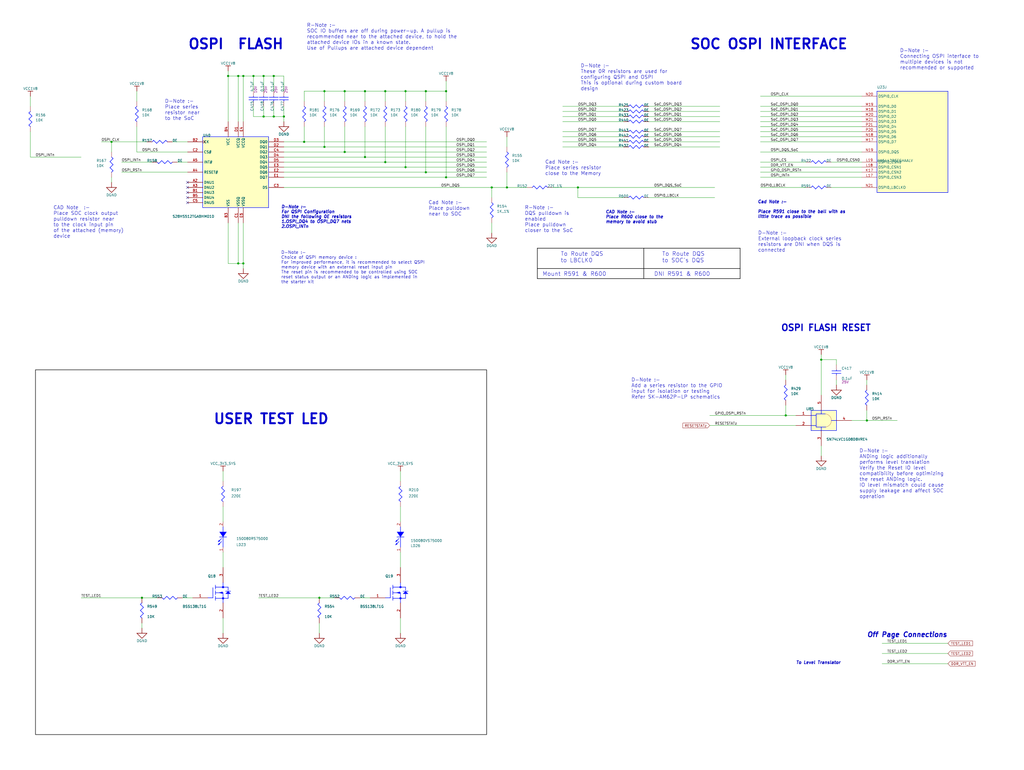
<source format=kicad_sch>
(kicad_sch (version 20231120) (generator "eeschema") (generator_version "8.0")
  (paper "User" 513.08 386.08)
  (junction (at 246.38 93.98))
  (junction (at 137.16 38.1))
  (junction (at 71.12 299.72))
  (junction (at 223.52 45.72))
  (junction (at 137.16 58.42))
  (junction (at 172.72 76.2))
  (junction (at 121.92 38.1))
  (junction (at 289.56 93.98))
  (junction (at 160.02 299.72))
  (junction (at 182.88 45.72))
  (junction (at 132.08 58.42))
  (junction (at 142.24 58.42))
  (junction (at 182.88 78.74))
  (junction (at 411.48 180.34))
  (junction (at 127 38.1))
  (junction (at 119.38 132.08))
  (junction (at 114.3 38.1))
  (junction (at 193.04 45.72))
  (junction (at 119.38 38.1))
  (junction (at 152.4 71.12))
  (junction (at 162.56 73.66))
  (junction (at 213.36 86.36))
  (junction (at 213.36 45.72))
  (junction (at 203.2 83.82))
  (junction (at 162.56 45.72))
  (junction (at 132.08 38.1))
  (junction (at 223.52 88.9))
  (junction (at 254 93.98))
  (junction (at 434.34 210.82))
  (junction (at 393.7 208.28))
  (junction (at 193.04 81.28))
  (junction (at 121.92 132.08))
  (junction (at 203.2 45.72))
  (junction (at 55.88 71.12))
  (junction (at 172.72 45.72))
  (no_connect (at 93.98 101.6))
  (no_connect (at 93.98 99.06))
  (no_connect (at 93.98 91.44))
  (no_connect (at 93.98 96.52))
  (no_connect (at 93.98 93.98))
  (wire (pts (xy 434.34 210.82) (xy 449.58 210.82)))
  (wire (pts (xy 193.04 81.28) (xy 193.04 63.5)))
  (wire (pts (xy 96.52 299.72) (xy 91.44 299.72)))
  (wire (pts (xy 182.88 78.74) (xy 182.88 63.5)))
  (wire (pts (xy 223.52 88.9) (xy 243.84 88.9)))
  (wire (pts (xy 15.24 78.74) (xy 15.24 66.04)))
  (wire (pts (xy 213.36 45.72) (xy 223.52 45.72)))
  (wire (pts (xy 360.68 58.42) (xy 325.12 58.42)))
  (wire (pts (xy 411.48 180.34) (xy 411.48 177.8)))
  (wire (pts (xy 137.16 45.72) (xy 137.16 38.1)))
  (wire (pts (xy 312.42 68.58) (xy 281.94 68.58)))
  (wire (pts (xy 360.68 73.66) (xy 325.12 73.66)))
  (wire (pts (xy 160.02 317.5) (xy 160.02 312.42)))
  (wire (pts (xy 254 86.36) (xy 254 93.98)))
  (wire (pts (xy 40.64 78.74) (xy 15.24 78.74)))
  (wire (pts (xy 55.88 71.12) (xy 73.66 71.12)))
  (wire (pts (xy 121.92 38.1) (xy 127 38.1)))
  (wire (pts (xy 360.68 71.12) (xy 325.12 71.12)))
  (polyline (pts (xy 269.24 124.46) (xy 269.24 139.7)) (stroke (width 0.254) (type solid) (color 0 0 0 1)))
  (wire (pts (xy 246.38 116.84) (xy 246.38 111.76)))
  (wire (pts (xy 162.56 73.66) (xy 162.56 63.5)))
  (wire (pts (xy 193.04 50.8) (xy 193.04 45.72)))
  (wire (pts (xy 114.3 111.76) (xy 114.3 132.08)))
  (wire (pts (xy 411.48 228.6) (xy 411.48 223.52)))
  (polyline (pts (xy 370.84 124.46) (xy 370.84 139.7)) (stroke (width 0.254) (type solid) (color 0 0 0 1)))
  (wire (pts (xy 121.92 134.62) (xy 121.92 132.08)))
  (wire (pts (xy 152.4 71.12) (xy 243.84 71.12)))
  (wire (pts (xy 360.68 66.04) (xy 325.12 66.04)))
  (wire (pts (xy 312.42 66.04) (xy 281.94 66.04)))
  (wire (pts (xy 111.76 284.48) (xy 111.76 276.86)))
  (wire (pts (xy 203.2 83.82) (xy 203.2 63.5)))
  (wire (pts (xy 223.52 88.9) (xy 223.52 63.5)))
  (wire (pts (xy 93.98 76.2) (xy 68.58 76.2)))
  (wire (pts (xy 142.24 60.96) (xy 142.24 58.42)))
  (wire (pts (xy 474.98 332.74) (xy 441.96 332.74)))
  (wire (pts (xy 203.2 83.82) (xy 243.84 83.82)))
  (wire (pts (xy 419.1 180.34) (xy 411.48 180.34)))
  (wire (pts (xy 431.8 66.04) (xy 381 66.04)))
  (wire (pts (xy 431.8 68.58) (xy 381 68.58)))
  (wire (pts (xy 312.42 58.42) (xy 281.94 58.42)))
  (wire (pts (xy 474.98 327.66) (xy 441.96 327.66)))
  (wire (pts (xy 119.38 60.96) (xy 119.38 38.1)))
  (wire (pts (xy 289.56 99.06) (xy 289.56 93.98)))
  (wire (pts (xy 312.42 99.06) (xy 289.56 99.06)))
  (wire (pts (xy 431.8 58.42) (xy 381 58.42)))
  (wire (pts (xy 142.24 73.66) (xy 162.56 73.66)))
  (wire (pts (xy 360.68 60.96) (xy 325.12 60.96)))
  (wire (pts (xy 431.8 48.26) (xy 381 48.26)))
  (wire (pts (xy 203.2 50.8) (xy 203.2 45.72)))
  (wire (pts (xy 213.36 50.8) (xy 213.36 45.72)))
  (wire (pts (xy 142.24 38.1) (xy 142.24 45.72)))
  (wire (pts (xy 127 38.1) (xy 132.08 38.1)))
  (wire (pts (xy 358.14 99.06) (xy 325.12 99.06)))
  (wire (pts (xy 114.3 38.1) (xy 119.38 38.1)))
  (wire (pts (xy 431.8 53.34) (xy 381 53.34)))
  (wire (pts (xy 419.1 182.88) (xy 419.1 180.34)))
  (wire (pts (xy 68.58 50.8) (xy 68.58 45.72)))
  (wire (pts (xy 434.34 193.04) (xy 434.34 190.5)))
  (wire (pts (xy 142.24 93.98) (xy 246.38 93.98)))
  (wire (pts (xy 111.76 261.62) (xy 111.76 254)))
  (wire (pts (xy 119.38 132.08) (xy 121.92 132.08)))
  (wire (pts (xy 15.24 53.34) (xy 15.24 48.26)))
  (wire (pts (xy 289.56 93.98) (xy 358.14 93.98)))
  (wire (pts (xy 381 93.98) (xy 403.86 93.98)))
  (wire (pts (xy 246.38 99.06) (xy 246.38 93.98)))
  (wire (pts (xy 132.08 58.42) (xy 127 58.42)))
  (wire (pts (xy 55.88 91.44) (xy 55.88 88.9)))
  (wire (pts (xy 426.72 210.82) (xy 434.34 210.82)))
  (wire (pts (xy 193.04 45.72) (xy 203.2 45.72)))
  (wire (pts (xy 172.72 50.8) (xy 172.72 45.72)))
  (wire (pts (xy 142.24 81.28) (xy 193.04 81.28)))
  (wire (pts (xy 142.24 78.74) (xy 182.88 78.74)))
  (wire (pts (xy 172.72 45.72) (xy 182.88 45.72)))
  (wire (pts (xy 398.78 213.36) (xy 355.6 213.36)))
  (wire (pts (xy 431.8 60.96) (xy 381 60.96)))
  (polyline (pts (xy 322.58 124.46) (xy 322.58 139.7)) (stroke (width 0.254) (type solid) (color 0 0 0 1)))
  (wire (pts (xy 381 76.2) (xy 431.8 76.2)))
  (wire (pts (xy 162.56 73.66) (xy 243.84 73.66)))
  (polyline (pts (xy 269.24 124.46) (xy 370.84 124.46)) (stroke (width 0.254) (type solid) (color 0 0 0 1)))
  (wire (pts (xy 182.88 78.74) (xy 243.84 78.74)))
  (wire (pts (xy 50.8 71.12) (xy 55.88 71.12)))
  (wire (pts (xy 431.8 55.88) (xy 381 55.88)))
  (wire (pts (xy 431.8 86.36) (xy 381 86.36)))
  (wire (pts (xy 142.24 76.2) (xy 172.72 76.2)))
  (wire (pts (xy 152.4 50.8) (xy 152.4 45.72)))
  (wire (pts (xy 431.8 71.12) (xy 381 71.12)))
  (wire (pts (xy 111.76 241.3) (xy 111.76 236.22)))
  (wire (pts (xy 193.04 81.28) (xy 243.84 81.28)))
  (wire (pts (xy 474.98 322.58) (xy 441.96 322.58)))
  (wire (pts (xy 40.64 299.72) (xy 71.12 299.72)))
  (polyline (pts (xy 269.24 134.62) (xy 370.84 134.62)) (stroke (width 0.254) (type solid) (color 0 0 0 1)))
  (wire (pts (xy 114.3 38.1) (xy 114.3 35.56)))
  (wire (pts (xy 431.8 88.9) (xy 381 88.9)))
  (wire (pts (xy 127 58.42) (xy 127 53.34)))
  (wire (pts (xy 137.16 58.42) (xy 137.16 53.34)))
  (wire (pts (xy 312.42 60.96) (xy 281.94 60.96)))
  (wire (pts (xy 127 45.72) (xy 127 38.1)))
  (wire (pts (xy 111.76 317.5) (xy 111.76 309.88)))
  (wire (pts (xy 119.38 111.76) (xy 119.38 132.08)))
  (wire (pts (xy 431.8 93.98) (xy 416.56 93.98)))
  (wire (pts (xy 393.7 190.5) (xy 393.7 187.96)))
  (wire (pts (xy 223.52 45.72) (xy 223.52 40.64)))
  (wire (pts (xy 393.7 208.28) (xy 393.7 203.2)))
  (polyline (pts (xy 269.24 139.7) (xy 370.84 139.7)) (stroke (width 0.254) (type solid) (color 0 0 0 1)))
  (wire (pts (xy 55.88 76.2) (xy 55.88 71.12)))
  (wire (pts (xy 129.54 299.72) (xy 160.02 299.72)))
  (wire (pts (xy 142.24 88.9) (xy 223.52 88.9)))
  (wire (pts (xy 142.24 86.36) (xy 213.36 86.36)))
  (wire (pts (xy 434.34 210.82) (xy 434.34 205.74)))
  (wire (pts (xy 114.3 132.08) (xy 119.38 132.08)))
  (wire (pts (xy 223.52 50.8) (xy 223.52 45.72)))
  (wire (pts (xy 312.42 71.12) (xy 281.94 71.12)))
  (wire (pts (xy 121.92 60.96) (xy 121.92 38.1)))
  (wire (pts (xy 152.4 71.12) (xy 152.4 63.5)))
  (wire (pts (xy 419.1 193.04) (xy 419.1 190.5)))
  (wire (pts (xy 360.68 53.34) (xy 325.12 53.34)))
  (wire (pts (xy 162.56 50.8) (xy 162.56 45.72)))
  (wire (pts (xy 132.08 45.72) (xy 132.08 38.1)))
  (wire (pts (xy 142.24 71.12) (xy 152.4 71.12)))
  (wire (pts (xy 60.96 81.28) (xy 76.2 81.28)))
  (wire (pts (xy 68.58 76.2) (xy 68.58 63.5)))
  (wire (pts (xy 355.6 208.28) (xy 393.7 208.28)))
  (wire (pts (xy 182.88 50.8) (xy 182.88 45.72)))
  (wire (pts (xy 71.12 299.72) (xy 78.74 299.72)))
  (wire (pts (xy 172.72 76.2) (xy 243.84 76.2)))
  (wire (pts (xy 162.56 45.72) (xy 172.72 45.72)))
  (wire (pts (xy 431.8 63.5) (xy 381 63.5)))
  (wire (pts (xy 360.68 68.58) (xy 325.12 68.58)))
  (wire (pts (xy 142.24 58.42) (xy 137.16 58.42)))
  (wire (pts (xy 431.8 81.28) (xy 416.56 81.28)))
  (wire (pts (xy 137.16 58.42) (xy 132.08 58.42)))
  (wire (pts (xy 431.8 83.82) (xy 381 83.82)))
  (wire (pts (xy 254 73.66) (xy 254 68.58)))
  (wire (pts (xy 182.88 45.72) (xy 193.04 45.72)))
  (wire (pts (xy 411.48 198.12) (xy 411.48 180.34)))
  (wire (pts (xy 393.7 208.28) (xy 398.78 208.28)))
  (wire (pts (xy 254 93.98) (xy 264.16 93.98)))
  (wire (pts (xy 200.66 261.62) (xy 200.66 254)))
  (wire (pts (xy 200.66 241.3) (xy 200.66 236.22)))
  (wire (pts (xy 60.96 86.36) (xy 93.98 86.36)))
  (wire (pts (xy 246.38 93.98) (xy 254 93.98)))
  (wire (pts (xy 276.86 93.98) (xy 289.56 93.98)))
  (wire (pts (xy 121.92 132.08) (xy 121.92 111.76)))
  (wire (pts (xy 200.66 284.48) (xy 200.66 276.86)))
  (wire (pts (xy 93.98 71.12) (xy 86.36 71.12)))
  (wire (pts (xy 71.12 314.96) (xy 71.12 312.42)))
  (wire (pts (xy 142.24 83.82) (xy 203.2 83.82)))
  (wire (pts (xy 172.72 76.2) (xy 172.72 63.5)))
  (wire (pts (xy 142.24 58.42) (xy 142.24 53.34)))
  (wire (pts (xy 213.36 86.36) (xy 213.36 63.5)))
  (wire (pts (xy 137.16 38.1) (xy 142.24 38.1)))
  (wire (pts (xy 114.3 60.96) (xy 114.3 38.1)))
  (wire (pts (xy 119.38 38.1) (xy 121.92 38.1)))
  (wire (pts (xy 200.66 317.5) (xy 200.66 309.88)))
  (wire (pts (xy 160.02 299.72) (xy 167.64 299.72)))
  (wire (pts (xy 213.36 86.36) (xy 243.84 86.36)))
  (wire (pts (xy 312.42 55.88) (xy 281.94 55.88)))
  (wire (pts (xy 403.86 81.28) (xy 381 81.28)))
  (wire (pts (xy 152.4 45.72) (xy 162.56 45.72)))
  (wire (pts (xy 312.42 73.66) (xy 281.94 73.66)))
  (wire (pts (xy 312.42 53.34) (xy 281.94 53.34)))
  (wire (pts (xy 185.42 299.72) (xy 180.34 299.72)))
  (wire (pts (xy 93.98 81.28) (xy 88.9 81.28)))
  (wire (pts (xy 203.2 45.72) (xy 213.36 45.72)))
  (wire (pts (xy 132.08 58.42) (xy 132.08 53.34)))
  (wire (pts (xy 360.68 55.88) (xy 325.12 55.88)))
  (wire (pts (xy 132.08 38.1) (xy 137.16 38.1)))
  (rectangle (start 243.84 185.42) (end 17.78 368.3) (stroke (width 0.254) (color 0 0 0 1)))
  (text_box "CAD Note :-\nPlace R600 close to the\nmemory to avoid stub" (at 343.916 113.284 0) (size -41.656 -9.144) (stroke (width -0.0001) (color 0 0 0 1)) (effects (font (size 1.524 1.524) (bold yes) (italic yes)) (justify left top)))
  (text_box "To Route DQS\nto LBCLK0" (at 311.15 132.588 0) (size -31.75 -8.128) (stroke (width -0.0001) (color 0 0 0 1)) (effects (font (size 2.032 2.032)) (justify left top)))
  (text_box "D-Note :-\nChoice of QSPI memory device : \nFor improved performance, it is recommended to select QSPI\nmemory device with an external reset input pin\nThe reset pin is recommended to be controlled using SOC \nreset status output or an ANDing logic as implemented in\nthe starter kit" (at 243.586 145.796 0) (size -103.886 -21.336) (stroke (width -0.0001) (color 0 0 0 1)) (effects (font (size 1.524 1.524)) (justify left top)))
  (text_box "Cad Note :-\nPlace series resistor\nclose to the Memory" (at 315.468 89.408 0) (size -43.688 -10.668) (stroke (width -0.0001) (color 0 0 0 1)) (effects (font (size 1.778 1.778)) (justify left top)))
  (text_box "D-Note :-\nThese 0R resistors are used for\nconfiguring QSPI and OSPI\nThis is optional during custom board\ndesign" (at 363.728 48.26 0) (size -74.168 -17.78) (stroke (width -0.0001) (color 0 0 0 1)) (effects (font (size 1.778 1.778)) (justify left top)))
  (text_box "CAD Note  :-\nPlace SOC clock output\npulldown resistor near\nto the clock input pin\nof the attached (memory)\ndevice" (at 75.184 122.936 0) (size -49.784 -21.336) (stroke (width -0.0001) (color 0 0 0 1)) (effects (font (size 1.778 1.778)) (justify left top)))
  (text_box "R-Note :-\nDQS pulldown is\nenabled\nPlace pulldown\ncloser to the SoC" (at 297.18 119.38 0) (size -35.56 -17.78) (stroke (width -0.0001) (color 0 0 0 1)) (effects (font (size 1.778 1.778)) (justify left top)))
  (text_box "D-Note :-\nANDing logic additionally\nperforms level translation \nVerify the Reset IO level\ncompatibility before optimizing\nthe reset ANDing logic.\nIO level mismatch could cause\nsupply leakage and affect SOC\noperation" (at 493.268 255.524 0) (size -64.008 -32.004) (stroke (width -0.0001) (color 0 0 0 1)) (effects (font (size 1.778 1.778)) (justify left top)))
  (text_box "Cad Note :-\nPlace pulldown\nnear to SOC" (at 242.824 109.728 0) (size -29.464 -10.668) (stroke (width -0.0001) (color 0 0 0 1)) (effects (font (size 1.778 1.778)) (justify left top)))
  (text_box "Cad Note :-\n\nPlace R591 close to the ball with as\nlittle trace as possible" (at 443.23 111.252 0) (size -64.77 -12.192) (stroke (width -0.0001) (color 0 0 0 1)) (effects (font (size 1.524 1.524) (bold yes) (italic yes)) (justify left top)))
  (text_box "D-Note :-\nFor QSPI Configuration\nDNI the following 0E resistors  \n1.OSPI_DQ4 to OSPI_DQ7 nets \n2.OSPI_INTn" (at 197.358 116.84 0) (size -57.658 -15.24) (stroke (width -0.0001) (color 0 0 0 1)) (effects (font (size 1.524 1.524) (bold yes) (italic yes)) (justify left top)))
  (text_box "D-Note :-\nExternal loopback clock series\nresistors are DNI when DQS is\nconnected" (at 440.436 128.524 0) (size -61.976 -14.224) (stroke (width -0.0001) (color 0 0 0 1)) (effects (font (size 1.778 1.778)) (justify left top)))
  (text_box "D-Note :-\nConnecting OSPI interface to\nmultiple devices is not\nrecommended or supported" (at 507.492 37.084 0) (size -57.912 -14.224) (stroke (width -0.0001) (color 0 0 0 1)) (effects (font (size 1.778 1.778)) (justify left top)))
  (text_box "To Route DQS\nto SOC's DQS" (at 361.95 132.588 0) (size -31.75 -8.128) (stroke (width -0.0001) (color 0 0 0 1)) (effects (font (size 2.032 2.032)) (justify left top)))
  (text_box "D-Note :-\nAdd a series resistor to the GPIO\ninput for isolation or testing \nRefer SK-AM62P-LP schematics \n" (at 383.032 202.184 0) (size -68.072 -14.224) (stroke (width -0.0001) (color 0 0 0 1)) (effects (font (size 1.778 1.778)) (justify left top)))
  (text_box "D-Note :-\nPlace series\nresistor near\nto the SoC" (at 108.712 62.484 0) (size -27.432 -14.224) (stroke (width -0.0001) (color 0 0 0 1)) (effects (font (size 1.778 1.778)) (justify left top)))
  (text_box "R-Note :-\nSOC IO buffers are off during power-up. A pullup is\nrecommended near to the attached device, to hold the\nattached device IOs in a known state.\nUse of Pullups are attached device dependent" (at 259.08 27.94 0) (size -106.68 -17.78) (stroke (width -0.0001) (color 0 0 0 1)) (effects (font (size 1.778 1.778)) (justify left top)))
  (text "USER TEST LED" (at 106.68 213.106 0) (effects (font (size 4.953 4.953) (bold yes)) (justify left bottom)))
  (text "Off Page Connections" (at 434.34 319.786 0) (effects (font (size 2.413 2.413) (bold yes) (italic yes)) (justify left bottom)))
  (text "DNI R591 & R600" (at 327.66 138.684 0) (effects (font (size 2.032 2.032)) (justify left bottom)))
  (text "To Level Translator" (at 398.78 333.248 0) (effects (font (size 1.524 1.524) (bold yes) (italic yes)) (justify left bottom)))
  (text "OSPI FLASH RESET" (at 391.16 166.37 0) (effects (font (size 3.175 3.175) (bold yes)) (justify left bottom)))
  (text "OSPI  FLASH" (at 93.98 25.146 0) (effects (font (size 4.953 4.953) (bold yes)) (justify left bottom)))
  (text "SOC OSPI INTERFACE" (at 345.44 25.146 0) (effects (font (size 4.953 4.953) (bold yes)) (justify left bottom)))
  (text "Mount R591 & R600" (at 271.78 138.684 0) (effects (font (size 2.032 2.032)) (justify left bottom)))
  (label "SoC_OSPI_DQ4" (at 327.66 73.66 0))
  (label "OSPI_DQ4" (at 289.56 73.66 0))
  (label "OSPI_DQ1" (at 228.6 73.66 0))
  (label "TEST_LED1" (at 444.5 322.58 0))
  (label "OSPI_DQ3" (at 228.6 78.74 0))
  (label "OSPI_INTn" (at 60.96 81.28 0))
  (label "OSPI0_LBCLK" (at 381 93.98 0))
  (label "OSPI_CS" (at 71.12 76.2 0))
  (label "OSPI0_CSN0" (at 419.1 81.28 0))
  (label "OSPI0_LBCLK" (at 327.66 99.06 0))
  (label "SoC_OSPI_DQ2" (at 386.08 58.42 0))
  (label "SoC_OSPI_DQ6" (at 327.66 68.58 0))
  (label "SoC_OSPI_DQ3" (at 386.08 60.96 0))
  (label "DDR_VTT_EN" (at 386.08 83.82 0))
  (label "OSPI_DQ3" (at 289.56 53.34 0))
  (label "SoC_OSPI_DQ7" (at 327.66 66.04 0))
  (label "OSPI_DQ0" (at 289.56 60.96 0))
  (label "SoC_OSPI_DQ0" (at 386.08 53.34 0))
  (label "TEST_LED2" (at 129.54 299.72 0))
  (label "SoC_OSPI_DQ6" (at 386.08 68.58 0))
  (label "OSPI_DQS" (at 220.98 93.98 0))
  (label "SoC_OSPI_DQ2" (at 327.66 55.88 0))
  (label "SoC_OSPI_DQ3" (at 327.66 53.34 0))
  (label "RESETSTATz" (at 358.14 213.36 0))
  (label "OSPI_DQ2" (at 228.6 76.2 0))
  (label "OSPI_DQ5" (at 289.56 71.12 0))
  (label "TEST_LED1" (at 40.64 299.72 0))
  (label "OSPI_RSTn" (at 436.88 210.82 0))
  (label "SoC_OSPI_DQ4" (at 386.08 63.5 0))
  (label "OSPI_CS" (at 386.08 81.28 0))
  (label "GPIO_OSPI_RSTn" (at 386.08 86.36 0))
  (label "OSPI_DQ0" (at 228.6 71.12 0))
  (label "GPIO_OSPI_RSTn" (at 358.14 208.28 0))
  (label "OSPI_DQS_SoC" (at 327.66 93.98 0))
  (label "OSPI_CLK" (at 386.08 48.26 0))
  (label "OSPI_DQ7" (at 228.6 88.9 0))
  (label "OSPI_DQ5" (at 228.6 83.82 0))
  (label "SoC_OSPI_DQ1" (at 386.08 55.88 0))
  (label "OSPI_RSTn" (at 60.96 86.36 0))
  (label "SoC_OSPI_DQ1" (at 327.66 58.42 0))
  (label "OSPI_DQ6" (at 289.56 68.58 0))
  (label "OSPI_INTn" (at 386.08 88.9 0))
  (label "OSPI_DQ4" (at 228.6 81.28 0))
  (label "SoC_OSPI_DQ7" (at 386.08 71.12 0))
  (label "OSPI_DQ6" (at 228.6 86.36 0))
  (label "OSPI_DQ7" (at 289.56 66.04 0))
  (label "OSPI_DQ1" (at 289.56 58.42 0))
  (label "OSPI_DQ2" (at 289.56 55.88 0))
  (label "DDR_VTT_EN" (at 444.5 332.74 0))
  (label "SoC_OSPI_DQ5" (at 386.08 66.04 0))
  (label "TEST_LED2" (at 444.5 327.66 0))
  (label "SoC_OSPI_DQ0" (at 327.66 60.96 0))
  (label "OSPI_CLK" (at 50.8 71.12 0))
  (label "SoC_OSPI_DQ5" (at 327.66 71.12 0))
  (label "OSPI_DQS_SoC" (at 386.08 76.2 0))
  (label "OSPI_INTn" (at 17.78 78.74 0))
  (global_label "TEST_LED1" (shape input) (at 474.98 322.58 0) (property "Intersheetrefs" "${INTERSHEET_REFS}" (effects (hide yes))))
  (global_label "TEST_LED2" (shape input) (at 474.98 327.66 0) (property "Intersheetrefs" "${INTERSHEET_REFS}" (effects (hide yes))))
  (global_label "DDR_VTT_EN" (shape input) (at 474.98 332.74 0) (property "Intersheetrefs" "${INTERSHEET_REFS}" (effects (hide yes))))
  (global_label "RESETSTATz" (shape input) (at 355.6 213.36 180) (property "Intersheetrefs" "${INTERSHEET_REFS}" (effects (hide yes))))
  (symbol (lib_id "14-altium-import:DGND_SIGNAL_GROUND") (at 55.88 91.44 0) (unit 1)
    (property "Reference" "#PWR?" (effects (hide yes)))
    (property "Value" "DGND" (at 55.88 97.79 0))
  )
  (symbol (lib_id "14-altium-import:root_2_RESISTOR_Dup6") (at 396.24 200.66 0) (unit 1)
    (property "Reference" "R429" (at 396.24 195.58 0) (effects (justify left bottom)))
    (property "Value" "10K" (at 396.24 198.12 0) (effects (justify left bottom)))
    (property "Footprint" "RES0402_0-5" (effects (hide yes)))
    (property "Description" "RES 10K 1/16W 5% 0402" (effects (hide yes)))
    (property "PCB FOOTPRINT" "RES0402_0-5" (effects (hide yes)))
    (property "FOOTPRINT PATH" "Y~{:}MIS_DATABAS~{E}Librar~{y}ALTIUM_TOO~{L}PCB_FOOTPRINT~{S}Altium_Footprint_Lib.PcbLib" (effects (hide yes)))
    (property "LIBRARY PATH" "Y~{:}MIS_DATABAS~{E}Librar~{y}ALTIUM_TOO~{L}SCHEMATICS_PART~{S}MS_DISCRETE_Library.schlib" (effects (hide yes)))
    (property "FOOTPRINT REF" "RES0402_0-5" (effects (hide yes)))
    (property "LIBRARY REF" "RESISTOR" (effects (hide yes)))
    (property "MISTRAL PART NO" "110011060021-R" (effects (hide yes)))
    (property "PROJECT" "HSE" (effects (hide yes)))
    (property "MFR_NAME" "YAGEO AMERICA" (effects (hide yes)))
    (property "MFR_PART_NUMBER" "RC0402JR-0710KL" (effects (hide yes)))
    (property "PART_TYPE" "RESISTOR~{S}FIXED" (effects (hide yes)))
    (property "TOLERANCE" "5%" (effects (hide yes)))
    (property "VOLTAGE" "NA" (effects (hide yes)))
    (property "WATTAGE" "1/16W" (effects (hide yes)))
    (property "PACKAGE" "0402" (effects (hide yes)))
    (property "DISTRIBUTOR_NAME" "DIGIKEY" (effects (hide yes)))
    (property "DISTRIBUTOR_PART_NUMBER" "311-10KJRCT-ND" (effects (hide yes)))
    (property "HEIGHT" "0.40MM" (effects (hide yes)))
    (property "WEIGHT" "0.65mg" (effects (hide yes)))
    (property "TEMPERATURE" "-55癈+155癈" (effects (hide yes)))
    (property "DATASHEET" "Y~{:}MIS_DATABAS~{E}DATASHEET~{S}RESISTOR~{S}RCXXXXL-SER_MAR18.PDF" (effects (hide yes)))
    (property "CRTD /DATE" "MAZHAR/230805" (effects (hide yes)))
    (property "CHKD/DATE" "VASANTHA/061216" (effects (hide yes)))
    (property "CUSTOMS_HS_CODE" "85332119" (effects (hide yes)))
    (property "CUSTOM_DUTY" "15%" (effects (hide yes)))
    (property "MECHANICAL 3D STEP FILE" "RES0402_0-5" (effects (hide yes)))
  )
  (symbol (lib_id "14-altium-import:root_0_CAP_Dup3") (at 129.54 48.26 0) (unit 1)
    (property "Reference" "C418" (at 132.08 55.743 90) (effects (justify left bottom)))
    (property "Value" "0.1uF" (at 132.08 46.033 90) (effects (justify left bottom)))
    (property "Footprint" "CAP0402_0-75" (effects (hide yes)))
    (property "Description" "CAP CERAMIC 0.1uF 25V 20% X5R 0402" (effects (hide yes)))
    (property "PCB FOOTPRINT" "CAP0402_0-75" (effects (hide yes)))
    (property "ALT_MFR_NAME" "YAGEO AMERICA" (effects (hide yes)))
    (property "FOOTPRINT PATH" "Y~{:}MIS_DATABAS~{E}Librar~{y}ALTIUM_TOO~{L}PCB_FOOTPRINT~{S}Altium_Footprint_Lib.PcbLib" (effects (hide yes)))
    (property "LIBRARY PATH" "Y~{:}MIS_DATABAS~{E}Librar~{y}ALTIUM_TOO~{L}SCHEMATICS_PART~{S}MS_DISCRETE_Library.schlib" (effects (hide yes)))
    (property "FOOTPRINT REF" "CAP0402_0-75" (effects (hide yes)))
    (property "LIBRARY REF" "CAP" (effects (hide yes)))
    (property "MECHANICAL 3D STEP FILE" "CAP0402_0-75" (effects (hide yes)))
    (property "CUSTOM_DUTY" "15%" (effects (hide yes)))
    (property "CUSTOMS_HS_CODE" "85322990" (effects (hide yes)))
    (property "CHKD/DATE" "MANIRAJA/170820" (effects (hide yes)))
    (property "CRTD /DATE" "ALVY/170820" (effects (hide yes)))
    (property "DATASHEET" "Y~{:}MIS_DATABAS~{E}DATASHEET~{S}CAPACITOR~{S}885012105018.PDF" (effects (hide yes)))
    (property "TEMPERATURE" "-55癈+85癈" (effects (hide yes)))
    (property "WEIGHT" "0.65mg" (effects (hide yes)))
    (property "HEIGHT" "0.55MM" (effects (hide yes)))
    (property "DISTRIBUTOR_PART_NUMBER" "732-7495-1-ND" (effects (hide yes)))
    (property "DISTRIBUTOR_NAME" "DIGIKEY" (effects (hide yes)))
    (property "PACKAGE" "0402" (effects (hide yes)))
    (property "WATTAGE" "NA" (effects (hide yes)))
    (property "VOLTAGE" "25V" (at 133.858 46.775 90) (effects (justify left bottom)))
    (property "TOLERANCE" "20%" (effects (hide yes)))
    (property "PART_TYPE" "CAPACITOR~{S}CERAMIC" (effects (hide yes)))
    (property "MFR_PART_NUMBER" "885012105018" (effects (hide yes)))
    (property "MFR_NAME" "WURTH ELECTRONICS" (effects (hide yes)))
    (property "PROJECT" "AM64x_EVM_BRD" (effects (hide yes)))
    (property "MISTRAL PART NO" "120020080003-R" (effects (hide yes)))
    (property "ALT_MFR_PART_NUMBER" "CC0402KRX5R8BB104" (effects (hide yes)))
  )
  (symbol (lib_id "14-altium-import:root_0_RESISTOR_Dup6") (at 210.82 53.34 0) (unit 1)
    (property "Reference" "R179" (at 215.9 55.88 0) (effects (justify left bottom)))
    (property "Value" "10K" (at 215.9 58.42 0) (effects (justify left bottom)))
    (property "Footprint" "RES0402_0-5" (effects (hide yes)))
    (property "Description" "RES 10K 1/16W 5% 0402" (effects (hide yes)))
    (property "PCB FOOTPRINT" "RES0402_0-5" (effects (hide yes)))
    (property "MECHANICAL 3D STEP FILE" "RES0402_0-5" (effects (hide yes)))
    (property "CUSTOM_DUTY" "15%" (effects (hide yes)))
    (property "CUSTOMS_HS_CODE" "85332119" (effects (hide yes)))
    (property "CHKD/DATE" "VASANTHA/061216" (effects (hide yes)))
    (property "CRTD /DATE" "MAZHAR/230805" (effects (hide yes)))
    (property "DATASHEET" "Y~{:}MIS_DATABAS~{E}DATASHEET~{S}RESISTOR~{S}RCXXXXL-SER_MAR18.PDF" (effects (hide yes)))
    (property "TEMPERATURE" "-55癈+155癈" (effects (hide yes)))
    (property "WEIGHT" "0.65mg" (effects (hide yes)))
    (property "HEIGHT" "0.40MM" (effects (hide yes)))
    (property "DISTRIBUTOR_PART_NUMBER" "311-10KJRCT-ND" (effects (hide yes)))
    (property "DISTRIBUTOR_NAME" "DIGIKEY" (effects (hide yes)))
    (property "PACKAGE" "0402" (effects (hide yes)))
    (property "WATTAGE" "1/16W" (effects (hide yes)))
    (property "VOLTAGE" "NA" (effects (hide yes)))
    (property "TOLERANCE" "5%" (effects (hide yes)))
    (property "PART_TYPE" "RESISTOR~{S}FIXED" (effects (hide yes)))
    (property "MFR_PART_NUMBER" "RC0402JR-0710KL" (effects (hide yes)))
    (property "MFR_NAME" "YAGEO AMERICA" (effects (hide yes)))
    (property "PROJECT" "HSE" (effects (hide yes)))
    (property "MISTRAL PART NO" "110011060021-R" (effects (hide yes)))
    (property "LIBRARY REF" "RESISTOR" (effects (hide yes)))
    (property "FOOTPRINT REF" "RES0402_0-5" (effects (hide yes)))
    (property "LIBRARY PATH" "Y~{:}MIS_DATABAS~{E}Librar~{y}ALTIUM_TOO~{L}SCHEMATICS_PART~{S}MS_DISCRETE_Library.schlib" (effects (hide yes)))
    (property "FOOTPRINT PATH" "Y~{:}MIS_DATABAS~{E}Librar~{y}ALTIUM_TOO~{L}PCB_FOOTPRINT~{S}Altium_Footprint_Lib.PcbLib" (effects (hide yes)))
  )
  (symbol (lib_id "14-altium-import:VCC1V8_BAR") (at 411.48 177.8 180) (unit 1)
    (property "Reference" "#PWR?" (effects (hide yes)))
    (property "Value" "VCC1V8" (at 411.48 173.99 0))
  )
  (symbol (lib_id "14-altium-import:VCC1V8_BAR") (at 68.58 45.72 180) (unit 1)
    (property "Reference" "#PWR?" (effects (hide yes)))
    (property "Value" "VCC1V8" (at 68.58 41.91 0))
  )
  (symbol (lib_id "14-altium-import:root_2_RESISTOR_Dup6") (at 436.88 203.2 0) (unit 1)
    (property "Reference" "R414" (at 436.88 198.12 0) (effects (justify left bottom)))
    (property "Value" "10K" (at 436.88 200.66 0) (effects (justify left bottom)))
    (property "Footprint" "RES0402_0-5" (effects (hide yes)))
    (property "Description" "RES 10K 1/16W 5% 0402" (effects (hide yes)))
    (property "PCB FOOTPRINT" "RES0402_0-5" (effects (hide yes)))
    (property "FOOTPRINT PATH" "Y~{:}MIS_DATABAS~{E}Librar~{y}ALTIUM_TOO~{L}PCB_FOOTPRINT~{S}Altium_Footprint_Lib.PcbLib" (effects (hide yes)))
    (property "LIBRARY PATH" "Y~{:}MIS_DATABAS~{E}Librar~{y}ALTIUM_TOO~{L}SCHEMATICS_PART~{S}MS_DISCRETE_Library.schlib" (effects (hide yes)))
    (property "FOOTPRINT REF" "RES0402_0-5" (effects (hide yes)))
    (property "LIBRARY REF" "RESISTOR" (effects (hide yes)))
    (property "MECHANICAL 3D STEP FILE" "RES0402_0-5" (effects (hide yes)))
    (property "CUSTOM_DUTY" "15%" (effects (hide yes)))
    (property "CUSTOMS_HS_CODE" "85332119" (effects (hide yes)))
    (property "CHKD/DATE" "VASANTHA/061216" (effects (hide yes)))
    (property "CRTD /DATE" "MAZHAR/230805" (effects (hide yes)))
    (property "DATASHEET" "Y~{:}MIS_DATABAS~{E}DATASHEET~{S}RESISTOR~{S}RCXXXXL-SER_MAR18.PDF" (effects (hide yes)))
    (property "TEMPERATURE" "-55癈+155癈" (effects (hide yes)))
    (property "WEIGHT" "0.65mg" (effects (hide yes)))
    (property "HEIGHT" "0.40MM" (effects (hide yes)))
    (property "DISTRIBUTOR_PART_NUMBER" "311-10KJRCT-ND" (effects (hide yes)))
    (property "DISTRIBUTOR_NAME" "DIGIKEY" (effects (hide yes)))
    (property "PACKAGE" "0402" (effects (hide yes)))
    (property "WATTAGE" "1/16W" (effects (hide yes)))
    (property "VOLTAGE" "NA" (effects (hide yes)))
    (property "TOLERANCE" "5%" (effects (hide yes)))
    (property "PART_TYPE" "RESISTOR~{S}FIXED" (effects (hide yes)))
    (property "MFR_PART_NUMBER" "RC0402JR-0710KL" (effects (hide yes)))
    (property "MFR_NAME" "YAGEO AMERICA" (effects (hide yes)))
    (property "PROJECT" "HSE" (effects (hide yes)))
    (property "MISTRAL PART NO" "110011060021-R" (effects (hide yes)))
  )
  (symbol (lib_id "14-altium-import:DGND_SIGNAL_GROUND") (at 419.1 193.04 0) (unit 1)
    (property "Reference" "#PWR?" (effects (hide yes)))
    (property "Value" "DGND" (at 419.1 199.39 0))
  )
  (symbol (lib_id "14-altium-import:root_0_RESISTOR_Dup5") (at 53.34 78.74 0) (unit 1)
    (property "Reference" "R167" (at 48.26 81.28 0) (effects (justify left bottom)))
    (property "Value" "10K" (at 48.26 83.82 0) (effects (justify left bottom)))
    (property "Footprint" "RES0402_0-5" (effects (hide yes)))
    (property "Description" "RES 10K 1/16W 5% 0402" (effects (hide yes)))
    (property "PCB FOOTPRINT" "RES0402_0-5" (effects (hide yes)))
    (property "FOOTPRINT PATH" "Y~{:}MIS_DATABAS~{E}Librar~{y}ALTIUM_TOO~{L}PCB_FOOTPRINT~{S}Altium_Footprint_Lib.PcbLib" (effects (hide yes)))
    (property "LIBRARY PATH" "Y~{:}MIS_DATABAS~{E}Librar~{y}ALTIUM_TOO~{L}SCHEMATICS_PART~{S}MS_DISCRETE_Library.schlib" (effects (hide yes)))
    (property "FOOTPRINT REF" "RES0402_0-5" (effects (hide yes)))
    (property "CUSTOM_DUTY" "15%" (effects (hide yes)))
    (property "CUSTOMS_HS_CODE" "85332119" (effects (hide yes)))
    (property "CHKD/DATE" "VASANTHA/061216" (effects (hide yes)))
    (property "CRTD /DATE" "MAZHAR/230805" (effects (hide yes)))
    (property "DATASHEET" "Y~{:}MIS_DATABAS~{E}DATASHEET~{S}RESISTOR~{S}RCXXXXL-SER_MAR18.PDF" (effects (hide yes)))
    (property "TEMPERATURE" "-55癈+155癈" (effects (hide yes)))
    (property "WEIGHT" "0.65mg" (effects (hide yes)))
    (property "HEIGHT" "0.40MM" (effects (hide yes)))
    (property "DISTRIBUTOR_PART_NUMBER" "311-10KJRCT-ND" (effects (hide yes)))
    (property "DISTRIBUTOR_NAME" "DIGIKEY" (effects (hide yes)))
    (property "PACKAGE" "0402" (effects (hide yes)))
    (property "WATTAGE" "1/16W" (effects (hide yes)))
    (property "VOLTAGE" "NA" (effects (hide yes)))
    (property "TOLERANCE" "5%" (effects (hide yes)))
    (property "PART_TYPE" "RESISTOR~{S}FIXED" (effects (hide yes)))
    (property "MFR_PART_NUMBER" "RC0402JR-0710KL" (effects (hide yes)))
    (property "MFR_NAME" "YAGEO AMERICA" (effects (hide yes)))
    (property "PROJECT" "HSE" (effects (hide yes)))
    (property "MISTRAL PART NO" "110011060021-R" (effects (hide yes)))
    (property "MECHANICAL 3D STEP FILE" "RES0402_0-5" (effects (hide yes)))
    (property "LIBRARY REF" "RESISTOR" (effects (hide yes)))
  )
  (symbol (lib_id "14-altium-import:root_3_RESISTOR_Dup5") (at 177.8 297.18 0) (unit 1)
    (property "Reference" "R552" (at 165.1 299.72 0) (effects (justify left bottom)))
    (property "Value" "0E" (at 180.34 299.72 0) (effects (justify left bottom)))
    (property "Footprint" "RES0402_0-5" (effects (hide yes)))
    (property "Description" "RES 0E 1/16W JUMPER 0402" (effects (hide yes)))
    (property "PCB FOOTPRINT" "RES0402_0-5" (effects (hide yes)))
    (property "FOOTPRINT PATH" "Y~{:}MIS_DATABAS~{E}Librar~{y}ALTIUM_TOO~{L}PCB_FOOTPRINT~{S}Altium_Footprint_Lib.PcbLib" (effects (hide yes)))
    (property "LIBRARY PATH" "Y~{:}MIS_DATABAS~{E}Librar~{y}ALTIUM_TOO~{L}SCHEMATICS_PART~{S}MS_DISCRETE_Library.schlib" (effects (hide yes)))
    (property "FOOTPRINT REF" "RES0402_0-5" (effects (hide yes)))
    (property "LIBRARY REF" "RESISTOR" (effects (hide yes)))
    (property "MISTRAL PART NO" "110010080019-R" (effects (hide yes)))
    (property "PROJECT" "PB_BUGBASE" (effects (hide yes)))
    (property "MFR_NAME" "VISHAY" (effects (hide yes)))
    (property "MFR_PART_NUMBER" "CRCW04020000Z0ED" (effects (hide yes)))
    (property "PART_TYPE" "RESISTOR~{S}FIXED" (effects (hide yes)))
    (property "TOLERANCE" "NA" (effects (hide yes)))
    (property "VOLTAGE" "NA" (effects (hide yes)))
    (property "WATTAGE" "1/16W" (effects (hide yes)))
    (property "PACKAGE" "0402" (effects (hide yes)))
    (property "DISTRIBUTOR_NAME" "DIGIKEY" (effects (hide yes)))
    (property "DISTRIBUTOR_PART_NUMBER" "541-0.0JCT-ND" (effects (hide yes)))
    (property "HEIGHT" "0.40MM" (effects (hide yes)))
    (property "WEIGHT" "0.65mg" (effects (hide yes)))
    (property "TEMPERATURE" "-55癈+155癈" (effects (hide yes)))
    (property "DATASHEET" "Y~{:}MIS_DATABAS~{E}DATASHEET~{S}RESISTOR~{S}CRCW0603.PDF" (effects (hide yes)))
    (property "CRTD /DATE" "MUDDU/190810" (effects (hide yes)))
    (property "CHKD/DATE" "VASANTHA/201216" (effects (hide yes)))
    (property "CUSTOMS_HS_CODE" "85332119" (effects (hide yes)))
    (property "CUSTOM_DUTY" "15%" (effects (hide yes)))
    (property "MECHANICAL 3D STEP FILE" "RES0402_0-5" (effects (hide yes)))
  )
  (symbol (lib_id "14-altium-import:root_3_RESISTOR_Dup5") (at 88.9 297.18 0) (unit 1)
    (property "Reference" "R553" (at 76.2 299.72 0) (effects (justify left bottom)))
    (property "Value" "0E" (at 91.44 299.72 0) (effects (justify left bottom)))
    (property "Footprint" "RES0402_0-5" (effects (hide yes)))
    (property "Description" "RES 0E 1/16W JUMPER 0402" (effects (hide yes)))
    (property "PCB FOOTPRINT" "RES0402_0-5" (effects (hide yes)))
    (property "MECHANICAL 3D STEP FILE" "RES0402_0-5" (effects (hide yes)))
    (property "CUSTOM_DUTY" "15%" (effects (hide yes)))
    (property "CUSTOMS_HS_CODE" "85332119" (effects (hide yes)))
    (property "CHKD/DATE" "VASANTHA/201216" (effects (hide yes)))
    (property "CRTD /DATE" "MUDDU/190810" (effects (hide yes)))
    (property "DATASHEET" "Y~{:}MIS_DATABAS~{E}DATASHEET~{S}RESISTOR~{S}CRCW0603.PDF" (effects (hide yes)))
    (property "TEMPERATURE" "-55癈+155癈" (effects (hide yes)))
    (property "WEIGHT" "0.65mg" (effects (hide yes)))
    (property "HEIGHT" "0.40MM" (effects (hide yes)))
    (property "DISTRIBUTOR_PART_NUMBER" "541-0.0JCT-ND" (effects (hide yes)))
    (property "DISTRIBUTOR_NAME" "DIGIKEY" (effects (hide yes)))
    (property "PACKAGE" "0402" (effects (hide yes)))
    (property "WATTAGE" "1/16W" (effects (hide yes)))
    (property "VOLTAGE" "NA" (effects (hide yes)))
    (property "TOLERANCE" "NA" (effects (hide yes)))
    (property "PART_TYPE" "RESISTOR~{S}FIXED" (effects (hide yes)))
    (property "MFR_PART_NUMBER" "CRCW04020000Z0ED" (effects (hide yes)))
    (property "MFR_NAME" "VISHAY" (effects (hide yes)))
    (property "PROJECT" "PB_BUGBASE" (effects (hide yes)))
    (property "MISTRAL PART NO" "110010080019-R" (effects (hide yes)))
    (property "LIBRARY REF" "RESISTOR" (effects (hide yes)))
    (property "FOOTPRINT REF" "RES0402_0-5" (effects (hide yes)))
    (property "LIBRARY PATH" "Y~{:}MIS_DATABAS~{E}Librar~{y}ALTIUM_TOO~{L}SCHEMATICS_PART~{S}MS_DISCRETE_Library.schlib" (effects (hide yes)))
    (property "FOOTPRINT PATH" "Y~{:}MIS_DATABAS~{E}Librar~{y}ALTIUM_TOO~{L}PCB_FOOTPRINT~{S}Altium_Footprint_Lib.PcbLib" (effects (hide yes)))
  )
  (symbol (lib_id "14-altium-import:DGND_SIGNAL_GROUND") (at 246.38 116.84 0) (unit 1)
    (property "Reference" "#PWR?" (effects (hide yes)))
    (property "Value" "DGND" (at 246.38 123.19 0))
  )
  (symbol (lib_id "14-altium-import:root_0_CAP_Dup3") (at 416.56 185.42 0) (unit 1)
    (property "Reference" "C417" (at 421.64 185.42 0) (effects (justify left bottom)))
    (property "Value" "0.1uF" (at 421.64 190.5 0) (effects (justify left bottom)))
    (property "Footprint" "CAP0402_0-75" (effects (hide yes)))
    (property "Description" "CAP CERAMIC 0.1uF 25V 20% X5R 0402" (effects (hide yes)))
    (property "PCB FOOTPRINT" "CAP0402_0-75" (effects (hide yes)))
    (property "ALT_MFR_NAME" "YAGEO AMERICA" (effects (hide yes)))
    (property "FOOTPRINT PATH" "Y~{:}MIS_DATABAS~{E}Librar~{y}ALTIUM_TOO~{L}PCB_FOOTPRINT~{S}Altium_Footprint_Lib.PcbLib" (effects (hide yes)))
    (property "LIBRARY PATH" "Y~{:}MIS_DATABAS~{E}Librar~{y}ALTIUM_TOO~{L}SCHEMATICS_PART~{S}MS_DISCRETE_Library.schlib" (effects (hide yes)))
    (property "FOOTPRINT REF" "CAP0402_0-75" (effects (hide yes)))
    (property "LIBRARY REF" "CAP" (effects (hide yes)))
    (property "MECHANICAL 3D STEP FILE" "CAP0402_0-75" (effects (hide yes)))
    (property "CUSTOM_DUTY" "15%" (effects (hide yes)))
    (property "CUSTOMS_HS_CODE" "85322990" (effects (hide yes)))
    (property "CHKD/DATE" "MANIRAJA/170820" (effects (hide yes)))
    (property "CRTD /DATE" "ALVY/170820" (effects (hide yes)))
    (property "DATASHEET" "Y~{:}MIS_DATABAS~{E}DATASHEET~{S}CAPACITOR~{S}885012105018.PDF" (effects (hide yes)))
    (property "TEMPERATURE" "-55癈+85癈" (effects (hide yes)))
    (property "WEIGHT" "0.65mg" (effects (hide yes)))
    (property "HEIGHT" "0.55MM" (effects (hide yes)))
    (property "DISTRIBUTOR_PART_NUMBER" "732-7495-1-ND" (effects (hide yes)))
    (property "DISTRIBUTOR_NAME" "DIGIKEY" (effects (hide yes)))
    (property "PACKAGE" "0402" (effects (hide yes)))
    (property "WATTAGE" "NA" (effects (hide yes)))
    (property "VOLTAGE" "25V" (at 421.64 192.278 0) (effects (justify left bottom)))
    (property "TOLERANCE" "20%" (effects (hide yes)))
    (property "PART_TYPE" "CAPACITOR~{S}CERAMIC" (effects (hide yes)))
    (property "MFR_PART_NUMBER" "885012105018" (effects (hide yes)))
    (property "MFR_NAME" "WURTH ELECTRONICS" (effects (hide yes)))
    (property "PROJECT" "AM64x_EVM_BRD" (effects (hide yes)))
    (property "MISTRAL PART NO" "120020080003-R" (effects (hide yes)))
    (property "ALT_MFR_PART_NUMBER" "CC0402KRX5R8BB104" (effects (hide yes)))
  )
  (symbol (lib_id "14-altium-import:DGND_SIGNAL_GROUND") (at 111.76 317.5 0) (unit 1)
    (property "Reference" "#PWR?" (effects (hide yes)))
    (property "Value" "DGND" (at 111.76 323.85 0))
  )
  (symbol (lib_id "14-altium-import:root_1_RESISTOR_Dup5") (at 314.96 73.66 0) (unit 1)
    (property "Reference" "R441" (at 309.88 71.12 0) (effects (justify left bottom)))
    (property "Value" "0E" (at 322.58 71.12 0) (effects (justify left bottom)))
    (property "Footprint" "RES0402_0-5" (effects (hide yes)))
    (property "Description" "RES 0E 1/16W JUMPER 0402" (effects (hide yes)))
    (property "FOOTPRINT PATH" "Y~{:}MIS_DATABAS~{E}Librar~{y}ALTIUM_TOO~{L}PCB_FOOTPRINT~{S}Altium_Footprint_Lib.PcbLib" (effects (hide yes)))
    (property "LIBRARY PATH" "Y~{:}MIS_DATABAS~{E}Librar~{y}ALTIUM_TOO~{L}SCHEMATICS_PART~{S}MS_DISCRETE_Library.schlib" (effects (hide yes)))
    (property "FOOTPRINT REF" "RES0402_0-5" (effects (hide yes)))
    (property "LIBRARY REF" "RESISTOR" (effects (hide yes)))
    (property "MISTRAL PART NO" "110010080019-R" (effects (hide yes)))
    (property "PROJECT" "PB_BUGBASE" (effects (hide yes)))
    (property "MFR_NAME" "VISHAY" (effects (hide yes)))
    (property "MFR_PART_NUMBER" "CRCW04020000Z0ED" (effects (hide yes)))
    (property "PART_TYPE" "RESISTOR~{S}FIXED" (effects (hide yes)))
    (property "TOLERANCE" "NA" (effects (hide yes)))
    (property "VOLTAGE" "NA" (effects (hide yes)))
    (property "WATTAGE" "1/16W" (effects (hide yes)))
    (property "PACKAGE" "0402" (effects (hide yes)))
    (property "DISTRIBUTOR_NAME" "DIGIKEY" (effects (hide yes)))
    (property "DISTRIBUTOR_PART_NUMBER" "541-0.0JCT-ND" (effects (hide yes)))
    (property "HEIGHT" "0.40MM" (effects (hide yes)))
    (property "WEIGHT" "0.65mg" (effects (hide yes)))
    (property "TEMPERATURE" "-55癈+155癈" (effects (hide yes)))
    (property "DATASHEET" "Y~{:}MIS_DATABAS~{E}DATASHEET~{S}RESISTOR~{S}CRCW0603.PDF" (effects (hide yes)))
    (property "CRTD /DATE" "MUDDU/190810" (effects (hide yes)))
    (property "CHKD/DATE" "VASANTHA/201216" (effects (hide yes)))
    (property "CUSTOMS_HS_CODE" "85332119" (effects (hide yes)))
    (property "CUSTOM_DUTY" "15%" (effects (hide yes)))
    (property "MECHANICAL 3D STEP FILE" "RES0402_0-5" (effects (hide yes)))
    (property "PCB FOOTPRINT" "RES0402_0-5" (effects (hide yes)))
  )
  (symbol (lib_id "14-altium-import:root_0_SN74LVC1G08DBVRE4_SOT23-5") (at 406.4 205.74 0) (unit 1)
    (property "Reference" "U85" (at 403.86 205.74 0) (effects (justify left bottom)))
    (property "Value" "SN74LVC1G08DBVRE4" (at 414.02 220.98 0) (effects (justify left bottom)))
    (property "Footprint" "SOT23-5" (effects (hide yes)))
    (property "Description" "IC SINGLE 2-INPUT POSITIVE AND GATE SOT23-5" (effects (hide yes)))
    (property "PCB FOOTPRINT" "SOT23-5" (effects (hide yes)))
    (property "MISTRAL PART NO" "141009060026-R" (effects (hide yes)))
    (property "PROJECT" "KHAN_MAIN" (effects (hide yes)))
    (property "MFR_NAME" "TEXAS INSTRUMENTS" (effects (hide yes)))
    (property "MFR_PART_NUMBER" "SN74LVC1G08DBVRE4" (effects (hide yes)))
    (property "PART_TYPE" "IC~{S}DIGITA~{L}GATES" (effects (hide yes)))
    (property "PACKAGE" "SOT23-5" (effects (hide yes)))
    (property "DISTRIBUTOR_NAME" "DIGIKEY" (effects (hide yes)))
    (property "DISTRIBUTOR_PART_NUMBER" "SN74LVC1G08DBVRE4-ND" (effects (hide yes)))
    (property "LIBRARY REF" "SN74LVC1G08DBVRE4_SOT23-5" (effects (hide yes)))
    (property "HEIGHT" "1.45MM" (effects (hide yes)))
    (property "TEMPERATURE" "-40癈+85癈" (effects (hide yes)))
    (property "DATASHEET" "Y~{:}MIS_DATABAS~{E}DATASHEET~{S}IC~{S}DIGITA~{L}GATE~{S}SN74LVC1G08.PDF" (effects (hide yes)))
    (property "CRTD /DATE" "USMAN/151008" (effects (hide yes)))
    (property "CHKD/DATE" "SUHAS/221010" (effects (hide yes)))
    (property "ROHS" "Sb/ Br FREE" (effects (hide yes)))
    (property "CUSTOMS_HS_CODE" "85423100" (effects (hide yes)))
    (property "CUSTOM_DUTY" "15%" (effects (hide yes)))
  )
  (symbol (lib_id "14-altium-import:VCC1V8_BAR") (at 15.24 48.26 180) (unit 1)
    (property "Reference" "#PWR?" (effects (hide yes)))
    (property "Value" "VCC1V8" (at 15.24 44.45 0))
  )
  (symbol (lib_id "14-altium-import:DGND_SIGNAL_GROUND") (at 160.02 317.5 0) (unit 1)
    (property "Reference" "#PWR?" (effects (hide yes)))
    (property "Value" "DGND" (at 160.02 323.85 0))
  )
  (symbol (lib_id "14-altium-import:root_0_CAP_Dup3") (at 134.62 48.26 0) (unit 1)
    (property "Reference" "C476" (at 137.16 55.743 90) (effects (justify left bottom)))
    (property "Value" "0.1uF" (at 137.16 46.033 90) (effects (justify left bottom)))
    (property "Footprint" "CAP0402_0-75" (effects (hide yes)))
    (property "Description" "CAP CERAMIC 0.1uF 25V 20% X5R 0402" (effects (hide yes)))
    (property "PCB FOOTPRINT" "CAP0402_0-75" (effects (hide yes)))
    (property "ALT_MFR_PART_NUMBER" "CC0402KRX5R8BB104" (effects (hide yes)))
    (property "MISTRAL PART NO" "120020080003-R" (effects (hide yes)))
    (property "PROJECT" "AM64x_EVM_BRD" (effects (hide yes)))
    (property "MFR_NAME" "WURTH ELECTRONICS" (effects (hide yes)))
    (property "MFR_PART_NUMBER" "885012105018" (effects (hide yes)))
    (property "PART_TYPE" "CAPACITOR~{S}CERAMIC" (effects (hide yes)))
    (property "TOLERANCE" "20%" (effects (hide yes)))
    (property "VOLTAGE" "25V" (at 138.938 46.775 90) (effects (justify left bottom)))
    (property "WATTAGE" "NA" (effects (hide yes)))
    (property "PACKAGE" "0402" (effects (hide yes)))
    (property "DISTRIBUTOR_NAME" "DIGIKEY" (effects (hide yes)))
    (property "DISTRIBUTOR_PART_NUMBER" "732-7495-1-ND" (effects (hide yes)))
    (property "HEIGHT" "0.55MM" (effects (hide yes)))
    (property "WEIGHT" "0.65mg" (effects (hide yes)))
    (property "TEMPERATURE" "-55癈+85癈" (effects (hide yes)))
    (property "DATASHEET" "Y~{:}MIS_DATABAS~{E}DATASHEET~{S}CAPACITOR~{S}885012105018.PDF" (effects (hide yes)))
    (property "CRTD /DATE" "ALVY/170820" (effects (hide yes)))
    (property "CHKD/DATE" "MANIRAJA/170820" (effects (hide yes)))
    (property "CUSTOMS_HS_CODE" "85322990" (effects (hide yes)))
    (property "CUSTOM_DUTY" "15%" (effects (hide yes)))
    (property "MECHANICAL 3D STEP FILE" "CAP0402_0-75" (effects (hide yes)))
    (property "LIBRARY REF" "CAP" (effects (hide yes)))
    (property "FOOTPRINT REF" "CAP0402_0-75" (effects (hide yes)))
    (property "LIBRARY PATH" "Y~{:}MIS_DATABAS~{E}Librar~{y}ALTIUM_TOO~{L}SCHEMATICS_PART~{S}MS_DISCRETE_Library.schlib" (effects (hide yes)))
    (property "FOOTPRINT PATH" "Y~{:}MIS_DATABAS~{E}Librar~{y}ALTIUM_TOO~{L}PCB_FOOTPRINT~{S}Altium_Footprint_Lib.PcbLib" (effects (hide yes)))
    (property "ALT_MFR_NAME" "YAGEO AMERICA" (effects (hide yes)))
  )
  (symbol (lib_id "14-altium-import:VCC1V8_BAR") (at 223.52 40.64 180) (unit 1)
    (property "Reference" "#PWR?" (effects (hide yes)))
    (property "Value" "VCC1V8" (at 223.52 36.83 0))
  )
  (symbol (lib_id "14-altium-import:root_2_RESISTOR_Dup6") (at 114.3 251.46 0) (unit 1)
    (property "Reference" "R197" (at 115.824 246.38 0) (effects (justify left bottom)))
    (property "Value" "220E" (at 115.824 249.428 0) (effects (justify left bottom)))
    (property "Footprint" "RES0402_0-5" (effects (hide yes)))
    (property "Description" "RES 220E 1/10W 5% 0402" (effects (hide yes)))
    (property "PCB FOOTPRINT" "RES0402_0-5" (effects (hide yes)))
    (property "FOOTPRINT REF" "RES0402_0-5" (effects (hide yes)))
    (property "CUSTOM_DUTY" "15%" (effects (hide yes)))
    (property "CUSTOMS_HS_CODE" "85332119" (effects (hide yes)))
    (property "CHKD/DATE" "VASANTHA/291216" (effects (hide yes)))
    (property "CRTD /DATE" "GEETHA/260406" (effects (hide yes)))
    (property "DATASHEET" "Y~{:}MIS_DATABAS~{E}DATASHEET~{S}RESISTOR~{S}PAN-ERJSER_NOV17.PDF" (effects (hide yes)))
    (property "HEIGHT" "0.40MM" (effects (hide yes)))
    (property "DISTRIBUTOR_PART_NUMBER" "P220JCT-ND" (effects (hide yes)))
    (property "DISTRIBUTOR_NAME" "DIGIKEY" (effects (hide yes)))
    (property "PACKAGE" "0402" (effects (hide yes)))
    (property "WATTAGE" "1/10W" (effects (hide yes)))
    (property "TOLERANCE" "5%" (effects (hide yes)))
    (property "PART_TYPE" "RESISTOR~{S}FIXED" (effects (hide yes)))
    (property "MFR_PART_NUMBER" "ERJ-2GEJ221X" (effects (hide yes)))
    (property "MFR_NAME" "PANASONIC-ECG" (effects (hide yes)))
    (property "PROJECT" "RED EYE" (effects (hide yes)))
    (property "MISTRAL PART NO" "110009030506-R" (effects (hide yes)))
    (property "LIBRARY REF" "RESISTOR" (effects (hide yes)))
    (property "VOLTAGE" "NA" (effects (hide yes)))
    (property "WEIGHT" "0.8mg" (effects (hide yes)))
    (property "TEMPERATURE" "-55癈+155癈" (effects (hide yes)))
    (property "MECHANICAL 3D STEP FILE" "RES0402_0-5" (effects (hide yes)))
    (property "LIBRARY PATH" "Y~{:}MIS_DATABAS~{E}Librar~{y}ALTIUM_TOO~{L}SCHEMATICS_PART~{S}MS_DISCRETE_Library.schlib" (effects (hide yes)))
    (property "FOOTPRINT PATH" "Y~{:}MIS_DATABAS~{E}Librar~{y}ALTIUM_TOO~{L}PCB_FOOTPRINT~{S}Altium_Footprint_Lib.PcbLib" (effects (hide yes)))
  )
  (symbol (lib_id "14-altium-import:root_0_S28HS512T_BGA24") (at 101.6 68.58 0) (unit 1)
    (property "Reference" "U40" (at 101.6 68.58 0) (effects (justify left bottom)))
    (property "Value" "S28HS512TGABHM010" (at 86.36 109.22 0) (effects (justify left bottom)))
    (property "Footprint" "BGA24_39-37_240X310_1" (effects (hide yes)))
    (property "Description" "IC 1.8V 512Mb SEMPER FLASH WITH OCTAL INTERFACE BGA24" (effects (hide yes)))
    (property "FOOTPRINT REF" "BGA24_39-37_240X310_1" (effects (hide yes)))
    (property "MISTRAL PART NO" "141120010002" (effects (hide yes)))
    (property "PROJECT" "J7VCL_SOM DUAL LEO PMIC" (effects (hide yes)))
    (property "MFR_NAME" "CYPRESS SEMICONDUCTOR" (effects (hide yes)))
    (property "MFR_PART_NUMBER" "S28HS512TGABHM010" (effects (hide yes)))
    (property "PART_TYPE" "IC~{S}DIGITA~{L}MEMORY" (effects (hide yes)))
    (property "TOLERANCE" "NA" (effects (hide yes)))
    (property "VOLTAGE" "NA" (effects (hide yes)))
    (property "WATTAGE" "NA" (effects (hide yes)))
    (property "PACKAGE" "BGA24" (effects (hide yes)))
    (property "DISTRIBUTOR_NAME" "NA" (effects (hide yes)))
    (property "DISTRIBUTOR_PART_NUMBER" "NA" (effects (hide yes)))
    (property "LIBRARY REF" "S28HS512T_BGA24" (effects (hide yes)))
    (property "HEIGHT" "1.00MM" (effects (hide yes)))
    (property "WEIGHT" "NA" (effects (hide yes)))
    (property "TEMPERATURE" "-40癈+125癈" (effects (hide yes)))
    (property "DATASHEET" "Y~{:}MIS_DATABAS~{E}DATASHEET~{S}IC~{S}MEMOR~{Y}S28HS512T.PDF" (effects (hide yes)))
    (property "CRTD /DATE" "ALVY/170120" (effects (hide yes)))
    (property "CHKD/DATE" "MANIRAJA/170120" (effects (hide yes)))
    (property "ROHS" "NA" (effects (hide yes)))
    (property "CUSTOMS_HS_CODE" "85423100" (effects (hide yes)))
    (property "CUSTOM_DUTY" "15%" (effects (hide yes)))
    (property "MECHANICAL 3D STEP FILE" "BGA24_39-37_240X310_1" (effects (hide yes)))
    (property "LIBRARY PATH" "Y~{:}MIS_DATABAS~{E}Librar~{y}ALTIUM_TOO~{L}SCHEMATICS_PART~{S}MS_MISCMEMORY_Library.schlib" (effects (hide yes)))
    (property "FOOTPRINT PATH" "Y~{:}MIS_DATABAS~{E}Librar~{y}ALTIUM_TOO~{L}PCB_FOOTPRINT~{S}Altium_Footprint_Lib.PcbLib" (effects (hide yes)))
    (property "PCB FOOTPRINT" "BGA24_39-37_240X310_1" (effects (hide yes)))
  )
  (symbol (lib_id "14-altium-import:root_1_RESISTOR_Dup5") (at 314.96 68.58 0) (unit 1)
    (property "Reference" "R443" (at 309.88 66.04 0) (effects (justify left bottom)))
    (property "Value" "0E" (at 322.58 66.04 0) (effects (justify left bottom)))
    (property "Footprint" "RES0402_0-5" (effects (hide yes)))
    (property "Description" "RES 0E 1/16W JUMPER 0402" (effects (hide yes)))
    (property "FOOTPRINT PATH" "Y~{:}MIS_DATABAS~{E}Librar~{y}ALTIUM_TOO~{L}PCB_FOOTPRINT~{S}Altium_Footprint_Lib.PcbLib" (effects (hide yes)))
    (property "LIBRARY PATH" "Y~{:}MIS_DATABAS~{E}Librar~{y}ALTIUM_TOO~{L}SCHEMATICS_PART~{S}MS_DISCRETE_Library.schlib" (effects (hide yes)))
    (property "FOOTPRINT REF" "RES0402_0-5" (effects (hide yes)))
    (property "LIBRARY REF" "RESISTOR" (effects (hide yes)))
    (property "MISTRAL PART NO" "110010080019-R" (effects (hide yes)))
    (property "PROJECT" "PB_BUGBASE" (effects (hide yes)))
    (property "MFR_NAME" "VISHAY" (effects (hide yes)))
    (property "MFR_PART_NUMBER" "CRCW04020000Z0ED" (effects (hide yes)))
    (property "PART_TYPE" "RESISTOR~{S}FIXED" (effects (hide yes)))
    (property "TOLERANCE" "NA" (effects (hide yes)))
    (property "VOLTAGE" "NA" (effects (hide yes)))
    (property "WATTAGE" "1/16W" (effects (hide yes)))
    (property "PACKAGE" "0402" (effects (hide yes)))
    (property "DISTRIBUTOR_NAME" "DIGIKEY" (effects (hide yes)))
    (property "DISTRIBUTOR_PART_NUMBER" "541-0.0JCT-ND" (effects (hide yes)))
    (property "HEIGHT" "0.40MM" (effects (hide yes)))
    (property "WEIGHT" "0.65mg" (effects (hide yes)))
    (property "TEMPERATURE" "-55癈+155癈" (effects (hide yes)))
    (property "DATASHEET" "Y~{:}MIS_DATABAS~{E}DATASHEET~{S}RESISTOR~{S}CRCW0603.PDF" (effects (hide yes)))
    (property "CRTD /DATE" "MUDDU/190810" (effects (hide yes)))
    (property "CHKD/DATE" "VASANTHA/201216" (effects (hide yes)))
    (property "CUSTOMS_HS_CODE" "85332119" (effects (hide yes)))
    (property "CUSTOM_DUTY" "15%" (effects (hide yes)))
    (property "MECHANICAL 3D STEP FILE" "RES0402_0-5" (effects (hide yes)))
    (property "PCB FOOTPRINT" "RES0402_0-5" (effects (hide yes)))
  )
  (symbol (lib_id "14-altium-import:VCC_3V3_SYS_BAR") (at 200.66 236.22 180) (unit 1)
    (property "Reference" "#PWR?" (effects (hide yes)))
    (property "Value" "VCC_3V3_SYS" (at 200.66 232.41 0))
  )
  (symbol (lib_id "14-altium-import:root_0_RESISTOR_Dup6") (at 251.46 76.2 0) (unit 1)
    (property "Reference" "R155" (at 256.54 78.74 0) (effects (justify left bottom)))
    (property "Value" "10K" (at 256.54 81.28 0) (effects (justify left bottom)))
    (property "Footprint" "RES0402_0-5" (effects (hide yes)))
    (property "Description" "RES 10K 1/16W 5% 0402" (effects (hide yes)))
    (property "PCB FOOTPRINT" "RES0402_0-5" (effects (hide yes)))
    (property "FOOTPRINT PATH" "Y~{:}MIS_DATABAS~{E}Librar~{y}ALTIUM_TOO~{L}PCB_FOOTPRINT~{S}Altium_Footprint_Lib.PcbLib" (effects (hide yes)))
    (property "LIBRARY PATH" "Y~{:}MIS_DATABAS~{E}Librar~{y}ALTIUM_TOO~{L}SCHEMATICS_PART~{S}MS_DISCRETE_Library.schlib" (effects (hide yes)))
    (property "FOOTPRINT REF" "RES0402_0-5" (effects (hide yes)))
    (property "LIBRARY REF" "RESISTOR" (effects (hide yes)))
    (property "MISTRAL PART NO" "110011060021-R" (effects (hide yes)))
    (property "PROJECT" "HSE" (effects (hide yes)))
    (property "MFR_NAME" "YAGEO AMERICA" (effects (hide yes)))
    (property "MFR_PART_NUMBER" "RC0402JR-0710KL" (effects (hide yes)))
    (property "PART_TYPE" "RESISTOR~{S}FIXED" (effects (hide yes)))
    (property "TOLERANCE" "5%" (effects (hide yes)))
    (property "VOLTAGE" "NA" (effects (hide yes)))
    (property "WATTAGE" "1/16W" (effects (hide yes)))
    (property "PACKAGE" "0402" (effects (hide yes)))
    (property "DISTRIBUTOR_NAME" "DIGIKEY" (effects (hide yes)))
    (property "DISTRIBUTOR_PART_NUMBER" "311-10KJRCT-ND" (effects (hide yes)))
    (property "HEIGHT" "0.40MM" (effects (hide yes)))
    (property "WEIGHT" "0.65mg" (effects (hide yes)))
    (property "TEMPERATURE" "-55癈+155癈" (effects (hide yes)))
    (property "DATASHEET" "Y~{:}MIS_DATABAS~{E}DATASHEET~{S}RESISTOR~{S}RCXXXXL-SER_MAR18.PDF" (effects (hide yes)))
    (property "CRTD /DATE" "MAZHAR/230805" (effects (hide yes)))
    (property "CHKD/DATE" "VASANTHA/061216" (effects (hide yes)))
    (property "CUSTOMS_HS_CODE" "85332119" (effects (hide yes)))
    (property "CUSTOM_DUTY" "15%" (effects (hide yes)))
    (property "MECHANICAL 3D STEP FILE" "RES0402_0-5" (effects (hide yes)))
  )
  (symbol (lib_id "14-altium-import:root_2_RESISTOR_Dup6") (at 17.78 63.5 0) (unit 1)
    (property "Reference" "R156" (at 17.78 58.42 0) (effects (justify left bottom)))
    (property "Value" "10K" (at 17.78 60.96 0) (effects (justify left bottom)))
    (property "Footprint" "RES0402_0-5" (effects (hide yes)))
    (property "Description" "RES 10K 1/16W 5% 0402" (effects (hide yes)))
    (property "PCB FOOTPRINT" "RES0402_0-5" (effects (hide yes)))
    (property "FOOTPRINT PATH" "Y~{:}MIS_DATABAS~{E}Librar~{y}ALTIUM_TOO~{L}PCB_FOOTPRINT~{S}Altium_Footprint_Lib.PcbLib" (effects (hide yes)))
    (property "LIBRARY PATH" "Y~{:}MIS_DATABAS~{E}Librar~{y}ALTIUM_TOO~{L}SCHEMATICS_PART~{S}MS_DISCRETE_Library.schlib" (effects (hide yes)))
    (property "FOOTPRINT REF" "RES0402_0-5" (effects (hide yes)))
    (property "LIBRARY REF" "RESISTOR" (effects (hide yes)))
    (property "MECHANICAL 3D STEP FILE" "RES0402_0-5" (effects (hide yes)))
    (property "CUSTOM_DUTY" "15%" (effects (hide yes)))
    (property "CUSTOMS_HS_CODE" "85332119" (effects (hide yes)))
    (property "CHKD/DATE" "VASANTHA/061216" (effects (hide yes)))
    (property "CRTD /DATE" "MAZHAR/230805" (effects (hide yes)))
    (property "DATASHEET" "Y~{:}MIS_DATABAS~{E}DATASHEET~{S}RESISTOR~{S}RCXXXXL-SER_MAR18.PDF" (effects (hide yes)))
    (property "TEMPERATURE" "-55癈+155癈" (effects (hide yes)))
    (property "WEIGHT" "0.65mg" (effects (hide yes)))
    (property "HEIGHT" "0.40MM" (effects (hide yes)))
    (property "DISTRIBUTOR_PART_NUMBER" "311-10KJRCT-ND" (effects (hide yes)))
    (property "DISTRIBUTOR_NAME" "DIGIKEY" (effects (hide yes)))
    (property "PACKAGE" "0402" (effects (hide yes)))
    (property "WATTAGE" "1/16W" (effects (hide yes)))
    (property "VOLTAGE" "NA" (effects (hide yes)))
    (property "TOLERANCE" "5%" (effects (hide yes)))
    (property "PART_TYPE" "RESISTOR~{S}FIXED" (effects (hide yes)))
    (property "MFR_PART_NUMBER" "RC0402JR-0710KL" (effects (hide yes)))
    (property "MFR_NAME" "YAGEO AMERICA" (effects (hide yes)))
    (property "PROJECT" "HSE" (effects (hide yes)))
    (property "MISTRAL PART NO" "110011060021-R" (effects (hide yes)))
  )
  (symbol (lib_id "14-altium-import:root_1_RESISTOR_Dup5") (at 314.96 71.12 0) (unit 1)
    (property "Reference" "R442" (at 309.88 68.58 0) (effects (justify left bottom)))
    (property "Value" "0E" (at 322.58 68.58 0) (effects (justify left bottom)))
    (property "Footprint" "RES0402_0-5" (effects (hide yes)))
    (property "Description" "RES 0E 1/16W JUMPER 0402" (effects (hide yes)))
    (property "FOOTPRINT PATH" "Y~{:}MIS_DATABAS~{E}Librar~{y}ALTIUM_TOO~{L}PCB_FOOTPRINT~{S}Altium_Footprint_Lib.PcbLib" (effects (hide yes)))
    (property "LIBRARY PATH" "Y~{:}MIS_DATABAS~{E}Librar~{y}ALTIUM_TOO~{L}SCHEMATICS_PART~{S}MS_DISCRETE_Library.schlib" (effects (hide yes)))
    (property "FOOTPRINT REF" "RES0402_0-5" (effects (hide yes)))
    (property "LIBRARY REF" "RESISTOR" (effects (hide yes)))
    (property "MISTRAL PART NO" "110010080019-R" (effects (hide yes)))
    (property "PROJECT" "PB_BUGBASE" (effects (hide yes)))
    (property "MFR_NAME" "VISHAY" (effects (hide yes)))
    (property "MFR_PART_NUMBER" "CRCW04020000Z0ED" (effects (hide yes)))
    (property "PART_TYPE" "RESISTOR~{S}FIXED" (effects (hide yes)))
    (property "TOLERANCE" "NA" (effects (hide yes)))
    (property "VOLTAGE" "NA" (effects (hide yes)))
    (property "WATTAGE" "1/16W" (effects (hide yes)))
    (property "PACKAGE" "0402" (effects (hide yes)))
    (property "DISTRIBUTOR_NAME" "DIGIKEY" (effects (hide yes)))
    (property "DISTRIBUTOR_PART_NUMBER" "541-0.0JCT-ND" (effects (hide yes)))
    (property "HEIGHT" "0.40MM" (effects (hide yes)))
    (property "WEIGHT" "0.65mg" (effects (hide yes)))
    (property "TEMPERATURE" "-55癈+155癈" (effects (hide yes)))
    (property "DATASHEET" "Y~{:}MIS_DATABAS~{E}DATASHEET~{S}RESISTOR~{S}CRCW0603.PDF" (effects (hide yes)))
    (property "CRTD /DATE" "MUDDU/190810" (effects (hide yes)))
    (property "CHKD/DATE" "VASANTHA/201216" (effects (hide yes)))
    (property "CUSTOMS_HS_CODE" "85332119" (effects (hide yes)))
    (property "CUSTOM_DUTY" "15%" (effects (hide yes)))
    (property "MECHANICAL 3D STEP FILE" "RES0402_0-5" (effects (hide yes)))
    (property "PCB FOOTPRINT" "RES0402_0-5" (effects (hide yes)))
  )
  (symbol (lib_id "14-altium-import:VCC1V8_BAR") (at 254 68.58 180) (unit 1)
    (property "Reference" "#PWR?" (effects (hide yes)))
    (property "Value" "VCC1V8" (at 254 64.77 0))
  )
  (symbol (lib_id "14-altium-import:root_3_mirrored_DIODE_LED") (at 106.68 264.16 0) (unit 1)
    (property "Reference" "LD23" (at 118.364 273.812 0) (effects (justify left bottom)))
    (property "Value" "150080RS75000" (at 118.364 270.764 0) (effects (justify left bottom)))
    (property "Footprint" "LED_150080VS75000_80X50_SMD_0-8" (effects (hide yes)))
    (property "Description" "DIODE LED RED SMD" (effects (hide yes)))
    (property "FOOTPRINT PATH" "Y~{:}MIS_DATABAS~{E}Librar~{y}ALTIUM_TOO~{L}PCB_FOOTPRINT~{S}Altium_Footprint_Lib.PcbLib" (effects (hide yes)))
    (property "LIBRARY PATH" "Y~{:}MIS_DATABAS~{E}Librar~{y}ALTIUM_TOO~{L}SCHEMATICS_PART~{S}MS_OPTO_Library.schlib" (effects (hide yes)))
    (property "MECHANICAL 3D STEP FILE" "LED_150080VS75000_80X50_SMD_0-8" (effects (hide yes)))
    (property "CUSTOM_DUTY" "24%" (effects (hide yes)))
    (property "CUSTOMS_HS_CODE" "85439000" (effects (hide yes)))
    (property "CHKD/DATE" "MANIRAJA/180820" (effects (hide yes)))
    (property "CRTD /DATE" "ALVY/180820" (effects (hide yes)))
    (property "DATASHEET" "Y~{:}MIS_DATABAS~{E}DATASHEET~{S}DISCRETE~{S}LED~{S}150080RS75000.PDF" (effects (hide yes)))
    (property "TEMPERATURE" "-40癈+85癈" (effects (hide yes)))
    (property "WEIGHT" "25mg" (effects (hide yes)))
    (property "HEIGHT" "0.80MM" (effects (hide yes)))
    (property "LIBRARY REF" "DIODE_LED" (effects (hide yes)))
    (property "DISTRIBUTOR_PART_NUMBER" "732-4984-1-ND" (effects (hide yes)))
    (property "DISTRIBUTOR_NAME" "DIGIKEY" (effects (hide yes)))
    (property "PACKAGE" "SMD" (effects (hide yes)))
    (property "WATTAGE" "NA" (effects (hide yes)))
    (property "VOLTAGE" "NA" (effects (hide yes)))
    (property "TOLERANCE" "NA" (effects (hide yes)))
    (property "PART_TYPE" "OPT~{O}LED" (effects (hide yes)))
    (property "MFR_PART_NUMBER" "150080RS75000" (effects (hide yes)))
    (property "MFR_NAME" "WURTH ELECTRONICS" (effects (hide yes)))
    (property "PROJECT" "AM64x_EVM_BRD" (effects (hide yes)))
    (property "MISTRAL PART NO" "130020080013-R" (effects (hide yes)))
    (property "FOOTPRINT REF" "LED_150080VS75000_80X50_SMD_0-8" (effects (hide yes)))
    (property "PCB FOOTPRINT" "LED_150080VS75000_80X50_SMD_0-8" (effects (hide yes)))
  )
  (symbol (lib_id "14-altium-import:DGND_SIGNAL_GROUND") (at 411.48 228.6 0) (unit 1)
    (property "Reference" "#PWR?" (effects (hide yes)))
    (property "Value" "DGND" (at 411.48 234.95 0))
  )
  (symbol (lib_id "14-altium-import:DGND_SIGNAL_GROUND") (at 121.92 134.62 0) (unit 1)
    (property "Reference" "#PWR?" (effects (hide yes)))
    (property "Value" "DGND" (at 121.92 140.97 0))
  )
  (symbol (lib_id "14-altium-import:root_0_MOSFET_BSS138LT1G") (at 104.14 292.1 0) (unit 1)
    (property "Reference" "Q18" (at 104.14 289.56 0) (effects (justify left bottom)))
    (property "Value" "BSS138LT1G" (at 91.44 304.8 0) (effects (justify left bottom)))
    (property "Footprint" "SOT23-123_1-2" (effects (hide yes)))
    (property "Description" "IC MOSFET N-CHANNEL 50V 200mA SOT23-3" (effects (hide yes)))
    (property "PCB FOOTPRINT" "SOT23-123_1-2" (effects (hide yes)))
    (property "FOOTPRINT PATH" "Y~{:}MIS_DATABAS~{E}Librar~{y}ALTIUM_TOO~{L}PCB_FOOTPRINT~{S}Altium_Footprint_Lib.PcbLib" (effects (hide yes)))
    (property "LIBRARY PATH" "Y~{:}MIS_DATABAS~{E}Librar~{y}ALTIUM_TOO~{L}SCHEMATICS_PART~{S}MS_MOSFET_Library.schlib" (effects (hide yes)))
    (property "MECHANICAL 3D STEP FILE" "SOT23-123_1-2" (effects (hide yes)))
    (property "FOOTPRINT REF" "SOT23-123_1-2" (effects (hide yes)))
    (property "CUSTOM_DUTY" "15%" (effects (hide yes)))
    (property "CUSTOMS_HS_CODE" "85423100" (effects (hide yes)))
    (property "CHKD/DATE" "MANIRAJA/250219" (effects (hide yes)))
    (property "CRTD /DATE" "JEBRAN/060416" (effects (hide yes)))
    (property "DATASHEET" "Y~{:}MIS_DATABAS~{E}DATASHEET~{S}DISCRETE~{S}TRANSISTORS_FET~{S}BSS138LT1G.PDF" (effects (hide yes)))
    (property "TEMPERATURE" "-55癈+150癈" (effects (hide yes)))
    (property "WEIGHT" "8mg" (effects (hide yes)))
    (property "HEIGHT" "1.11MM" (effects (hide yes)))
    (property "DISTRIBUTOR_PART_NUMBER" "BSS138LT1GOSCT-ND" (effects (hide yes)))
    (property "DISTRIBUTOR_NAME" "DIGIKEY" (effects (hide yes)))
    (property "PACKAGE" "SOT23-3" (effects (hide yes)))
    (property "WATTAGE" "NA" (effects (hide yes)))
    (property "VOLTAGE" "NA" (effects (hide yes)))
    (property "TOLERANCE" "NA" (effects (hide yes)))
    (property "PART_TYPE" "IC~{S}POWE~{R}MOSFET" (effects (hide yes)))
    (property "MFR_PART_NUMBER" "BSS138LT1G" (effects (hide yes)))
    (property "MFR_NAME" "ON SEMICONDUCTOR" (effects (hide yes)))
    (property "PROJECT" "LRDE_ABCM" (effects (hide yes)))
    (property "MISTRAL PART NO" "142016040001-R" (effects (hide yes)))
    (property "LIBRARY REF" "MOSFET_BSS138W" (effects (hide yes)))
  )
  (symbol (lib_id "14-altium-import:root_3_mirrored_DIODE_LED") (at 195.58 264.16 0) (unit 1)
    (property "Reference" "LD26" (at 205.74 274.32 0) (effects (justify left bottom)))
    (property "Value" "150080VS75000" (at 205.74 271.78 0) (effects (justify left bottom)))
    (property "Footprint" "LED_150080VS75000_80X50_SMD_0-8" (effects (hide yes)))
    (property "Description" "DIODE LED BRIGHT GREEN SMD" (effects (hide yes)))
    (property "MISTRAL PART NO" "130020080012-R" (effects (hide yes)))
    (property "PROJECT" "AM64x_EVM_BRD" (effects (hide yes)))
    (property "MFR_NAME" "WURTH ELECTRONICS" (effects (hide yes)))
    (property "MFR_PART_NUMBER" "150080VS75000" (effects (hide yes)))
    (property "PART_TYPE" "OPT~{O}LED" (effects (hide yes)))
    (property "TOLERANCE" "NA" (effects (hide yes)))
    (property "VOLTAGE" "NA" (effects (hide yes)))
    (property "WATTAGE" "NA" (effects (hide yes)))
    (property "PACKAGE" "SMD" (effects (hide yes)))
    (property "DISTRIBUTOR_NAME" "DIGIKEY" (effects (hide yes)))
    (property "DISTRIBUTOR_PART_NUMBER" "732-4986-1-ND" (effects (hide yes)))
    (property "LIBRARY REF" "DIODE_LED" (effects (hide yes)))
    (property "FOOTPRINT REF" "LED_150080VS75000_80X50_SMD_0-8" (effects (hide yes)))
    (property "HEIGHT" "0.80MM" (effects (hide yes)))
    (property "WEIGHT" "10mg" (effects (hide yes)))
    (property "TEMPERATURE" "-40癈+85癈" (effects (hide yes)))
    (property "DATASHEET" "Y~{:}MIS_DATABAS~{E}DATASHEET~{S}DISCRETE~{S}LED~{S}150080VS75000.PDF" (effects (hide yes)))
    (property "CRTD /DATE" "ALVY/180820" (effects (hide yes)))
    (property "CHKD/DATE" "MANIRAJA/180820" (effects (hide yes)))
    (property "CUSTOMS_HS_CODE" "85439000" (effects (hide yes)))
    (property "CUSTOM_DUTY" "24%" (effects (hide yes)))
    (property "MECHANICAL 3D STEP FILE" "LED_150080VS75000_80X50_SMD_0-8" (effects (hide yes)))
    (property "LIBRARY PATH" "Y~{:}MIS_DATABAS~{E}Librar~{y}ALTIUM_TOO~{L}SCHEMATICS_PART~{S}MS_OPTO_Library.schlib" (effects (hide yes)))
    (property "FOOTPRINT PATH" "Y~{:}MIS_DATABAS~{E}Librar~{y}ALTIUM_TOO~{L}PCB_FOOTPRINT~{S}Altium_Footprint_Lib.PcbLib" (effects (hide yes)))
    (property "PCB FOOTPRINT" "LED_150080VS75000_80X50_SMD_0-8" (effects (hide yes)))
  )
  (symbol (lib_id "14-altium-import:root_0_RESISTOR_Dup6") (at 200.66 53.34 0) (unit 1)
    (property "Reference" "R180" (at 205.74 55.88 0) (effects (justify left bottom)))
    (property "Value" "10K" (at 205.74 58.42 0) (effects (justify left bottom)))
    (property "Footprint" "RES0402_0-5" (effects (hide yes)))
    (property "Description" "RES 10K 1/16W 5% 0402" (effects (hide yes)))
    (property "PCB FOOTPRINT" "RES0402_0-5" (effects (hide yes)))
    (property "MECHANICAL 3D STEP FILE" "RES0402_0-5" (effects (hide yes)))
    (property "CUSTOM_DUTY" "15%" (effects (hide yes)))
    (property "CUSTOMS_HS_CODE" "85332119" (effects (hide yes)))
    (property "CHKD/DATE" "VASANTHA/061216" (effects (hide yes)))
    (property "CRTD /DATE" "MAZHAR/230805" (effects (hide yes)))
    (property "DATASHEET" "Y~{:}MIS_DATABAS~{E}DATASHEET~{S}RESISTOR~{S}RCXXXXL-SER_MAR18.PDF" (effects (hide yes)))
    (property "TEMPERATURE" "-55癈+155癈" (effects (hide yes)))
    (property "WEIGHT" "0.65mg" (effects (hide yes)))
    (property "HEIGHT" "0.40MM" (effects (hide yes)))
    (property "DISTRIBUTOR_PART_NUMBER" "311-10KJRCT-ND" (effects (hide yes)))
    (property "DISTRIBUTOR_NAME" "DIGIKEY" (effects (hide yes)))
    (property "PACKAGE" "0402" (effects (hide yes)))
    (property "WATTAGE" "1/16W" (effects (hide yes)))
    (property "VOLTAGE" "NA" (effects (hide yes)))
    (property "TOLERANCE" "5%" (effects (hide yes)))
    (property "PART_TYPE" "RESISTOR~{S}FIXED" (effects (hide yes)))
    (property "MFR_PART_NUMBER" "RC0402JR-0710KL" (effects (hide yes)))
    (property "MFR_NAME" "YAGEO AMERICA" (effects (hide yes)))
    (property "PROJECT" "HSE" (effects (hide yes)))
    (property "MISTRAL PART NO" "110011060021-R" (effects (hide yes)))
    (property "LIBRARY REF" "RESISTOR" (effects (hide yes)))
    (property "FOOTPRINT REF" "RES0402_0-5" (effects (hide yes)))
    (property "LIBRARY PATH" "Y~{:}MIS_DATABAS~{E}Librar~{y}ALTIUM_TOO~{L}SCHEMATICS_PART~{S}MS_DISCRETE_Library.schlib" (effects (hide yes)))
    (property "FOOTPRINT PATH" "Y~{:}MIS_DATABAS~{E}Librar~{y}ALTIUM_TOO~{L}PCB_FOOTPRINT~{S}Altium_Footprint_Lib.PcbLib" (effects (hide yes)))
  )
  (symbol (lib_id "14-altium-import:VCC1V8_BAR") (at 114.3 35.56 180) (unit 1)
    (property "Reference" "#PWR?" (effects (hide yes)))
    (property "Value" "VCC1V8" (at 114.3 31.75 0))
  )
  (symbol (lib_id "14-altium-import:root_0_RESISTOR_Dup6") (at 170.18 53.34 0) (unit 1)
    (property "Reference" "R169" (at 175.26 55.88 0) (effects (justify left bottom)))
    (property "Value" "10K" (at 175.26 58.42 0) (effects (justify left bottom)))
    (property "Footprint" "RES0402_0-5" (effects (hide yes)))
    (property "Description" "RES 10K 1/16W 5% 0402" (effects (hide yes)))
    (property "PCB FOOTPRINT" "RES0402_0-5" (effects (hide yes)))
    (property "MECHANICAL 3D STEP FILE" "RES0402_0-5" (effects (hide yes)))
    (property "CUSTOM_DUTY" "15%" (effects (hide yes)))
    (property "CUSTOMS_HS_CODE" "85332119" (effects (hide yes)))
    (property "CHKD/DATE" "VASANTHA/061216" (effects (hide yes)))
    (property "CRTD /DATE" "MAZHAR/230805" (effects (hide yes)))
    (property "DATASHEET" "Y~{:}MIS_DATABAS~{E}DATASHEET~{S}RESISTOR~{S}RCXXXXL-SER_MAR18.PDF" (effects (hide yes)))
    (property "TEMPERATURE" "-55癈+155癈" (effects (hide yes)))
    (property "WEIGHT" "0.65mg" (effects (hide yes)))
    (property "HEIGHT" "0.40MM" (effects (hide yes)))
    (property "DISTRIBUTOR_PART_NUMBER" "311-10KJRCT-ND" (effects (hide yes)))
    (property "DISTRIBUTOR_NAME" "DIGIKEY" (effects (hide yes)))
    (property "PACKAGE" "0402" (effects (hide yes)))
    (property "WATTAGE" "1/16W" (effects (hide yes)))
    (property "VOLTAGE" "NA" (effects (hide yes)))
    (property "TOLERANCE" "5%" (effects (hide yes)))
    (property "PART_TYPE" "RESISTOR~{S}FIXED" (effects (hide yes)))
    (property "MFR_PART_NUMBER" "RC0402JR-0710KL" (effects (hide yes)))
    (property "MFR_NAME" "YAGEO AMERICA" (effects (hide yes)))
    (property "PROJECT" "HSE" (effects (hide yes)))
    (property "MISTRAL PART NO" "110011060021-R" (effects (hide yes)))
    (property "LIBRARY REF" "RESISTOR" (effects (hide yes)))
    (property "FOOTPRINT REF" "RES0402_0-5" (effects (hide yes)))
    (property "LIBRARY PATH" "Y~{:}MIS_DATABAS~{E}Librar~{y}ALTIUM_TOO~{L}SCHEMATICS_PART~{S}MS_DISCRETE_Library.schlib" (effects (hide yes)))
    (property "FOOTPRINT PATH" "Y~{:}MIS_DATABAS~{E}Librar~{y}ALTIUM_TOO~{L}PCB_FOOTPRINT~{S}Altium_Footprint_Lib.PcbLib" (effects (hide yes)))
  )
  (symbol (lib_id "14-altium-import:root_1_RESISTOR_Dup5") (at 406.4 96.52 0) (unit 1)
    (property "Reference" "R591" (at 401.32 93.98 0) (effects (justify left bottom)))
    (property "Value" "0E" (at 414.02 93.98 0) (effects (justify left bottom)))
    (property "Footprint" "RES0402_0-5" (effects (hide yes)))
    (property "Description" "RES 0E 1/16W JUMPER 0402" (effects (hide yes)))
    (property "PCB FOOTPRINT" "RES0402_0-5" (effects (hide yes)))
    (property "FOOTPRINT PATH" "Y~{:}MIS_DATABAS~{E}Librar~{y}ALTIUM_TOO~{L}PCB_FOOTPRINT~{S}Altium_Footprint_Lib.PcbLib" (effects (hide yes)))
    (property "LIBRARY PATH" "Y~{:}MIS_DATABAS~{E}Librar~{y}ALTIUM_TOO~{L}SCHEMATICS_PART~{S}MS_DISCRETE_Library.schlib" (effects (hide yes)))
    (property "FOOTPRINT REF" "RES0402_0-5" (effects (hide yes)))
    (property "LIBRARY REF" "RESISTOR" (effects (hide yes)))
    (property "MISTRAL PART NO" "110010080019-R" (effects (hide yes)))
    (property "PROJECT" "PB_BUGBASE" (effects (hide yes)))
    (property "MFR_NAME" "VISHAY" (effects (hide yes)))
    (property "MFR_PART_NUMBER" "CRCW04020000Z0ED" (effects (hide yes)))
    (property "PART_TYPE" "RESISTOR~{S}FIXED" (effects (hide yes)))
    (property "TOLERANCE" "NA" (effects (hide yes)))
    (property "VOLTAGE" "NA" (effects (hide yes)))
    (property "WATTAGE" "1/16W" (effects (hide yes)))
    (property "PACKAGE" "0402" (effects (hide yes)))
    (property "DISTRIBUTOR_NAME" "DIGIKEY" (effects (hide yes)))
    (property "DISTRIBUTOR_PART_NUMBER" "541-0.0JCT-ND" (effects (hide yes)))
    (property "HEIGHT" "0.40MM" (effects (hide yes)))
    (property "WEIGHT" "0.65mg" (effects (hide yes)))
    (property "TEMPERATURE" "-55癈+155癈" (effects (hide yes)))
    (property "DATASHEET" "Y~{:}MIS_DATABAS~{E}DATASHEET~{S}RESISTOR~{S}CRCW0603.PDF" (effects (hide yes)))
    (property "CRTD /DATE" "MUDDU/190810" (effects (hide yes)))
    (property "CHKD/DATE" "VASANTHA/201216" (effects (hide yes)))
    (property "CUSTOMS_HS_CODE" "85332119" (effects (hide yes)))
    (property "CUSTOM_DUTY" "15%" (effects (hide yes)))
    (property "MECHANICAL 3D STEP FILE" "RES0402_0-5" (effects (hide yes)))
  )
  (symbol (lib_id "14-altium-import:root_1_RESISTOR_Dup5") (at 314.96 101.6 0) (unit 1)
    (property "Reference" "R600" (at 309.88 99.06 0) (effects (justify left bottom)))
    (property "Value" "0E" (at 322.58 99.06 0) (effects (justify left bottom)))
    (property "Footprint" "RES0402_0-5" (effects (hide yes)))
    (property "Description" "RES 0E 1/16W JUMPER 0402" (effects (hide yes)))
    (property "PCB FOOTPRINT" "RES0402_0-5" (effects (hide yes)))
    (property "FOOTPRINT PATH" "Y~{:}MIS_DATABAS~{E}Librar~{y}ALTIUM_TOO~{L}PCB_FOOTPRINT~{S}Altium_Footprint_Lib.PcbLib" (effects (hide yes)))
    (property "LIBRARY PATH" "Y~{:}MIS_DATABAS~{E}Librar~{y}ALTIUM_TOO~{L}SCHEMATICS_PART~{S}MS_DISCRETE_Library.schlib" (effects (hide yes)))
    (property "FOOTPRINT REF" "RES0402_0-5" (effects (hide yes)))
    (property "LIBRARY REF" "RESISTOR" (effects (hide yes)))
    (property "MISTRAL PART NO" "110010080019-R" (effects (hide yes)))
    (property "PROJECT" "PB_BUGBASE" (effects (hide yes)))
    (property "MFR_NAME" "VISHAY" (effects (hide yes)))
    (property "MFR_PART_NUMBER" "CRCW04020000Z0ED" (effects (hide yes)))
    (property "PART_TYPE" "RESISTOR~{S}FIXED" (effects (hide yes)))
    (property "TOLERANCE" "NA" (effects (hide yes)))
    (property "VOLTAGE" "NA" (effects (hide yes)))
    (property "WATTAGE" "1/16W" (effects (hide yes)))
    (property "PACKAGE" "0402" (effects (hide yes)))
    (property "DISTRIBUTOR_NAME" "DIGIKEY" (effects (hide yes)))
    (property "DISTRIBUTOR_PART_NUMBER" "541-0.0JCT-ND" (effects (hide yes)))
    (property "HEIGHT" "0.40MM" (effects (hide yes)))
    (property "WEIGHT" "0.65mg" (effects (hide yes)))
    (property "TEMPERATURE" "-55癈+155癈" (effects (hide yes)))
    (property "DATASHEET" "Y~{:}MIS_DATABAS~{E}DATASHEET~{S}RESISTOR~{S}CRCW0603.PDF" (effects (hide yes)))
    (property "CRTD /DATE" "MUDDU/190810" (effects (hide yes)))
    (property "CHKD/DATE" "VASANTHA/201216" (effects (hide yes)))
    (property "CUSTOMS_HS_CODE" "85332119" (effects (hide yes)))
    (property "CUSTOM_DUTY" "15%" (effects (hide yes)))
    (property "MECHANICAL 3D STEP FILE" "RES0402_0-5" (effects (hide yes)))
  )
  (symbol (lib_id "14-altium-import:VCC1V8_BAR") (at 434.34 190.5 180) (unit 1)
    (property "Reference" "#PWR?" (effects (hide yes)))
    (property "Value" "VCC1V8" (at 434.34 186.69 0))
  )
  (symbol (lib_id "14-altium-import:root_2_RESISTOR_Dup6") (at 203.2 251.46 0) (unit 1)
    (property "Reference" "R210" (at 204.724 246.38 0) (effects (justify left bottom)))
    (property "Value" "220E" (at 204.724 249.428 0) (effects (justify left bottom)))
    (property "Footprint" "RES0402_0-5" (effects (hide yes)))
    (property "Description" "RES 220E 1/10W 5% 0402" (effects (hide yes)))
    (property "PCB FOOTPRINT" "RES0402_0-5" (effects (hide yes)))
    (property "FOOTPRINT PATH" "Y~{:}MIS_DATABAS~{E}Librar~{y}ALTIUM_TOO~{L}PCB_FOOTPRINT~{S}Altium_Footprint_Lib.PcbLib" (effects (hide yes)))
    (property "LIBRARY PATH" "Y~{:}MIS_DATABAS~{E}Librar~{y}ALTIUM_TOO~{L}SCHEMATICS_PART~{S}MS_DISCRETE_Library.schlib" (effects (hide yes)))
    (property "MECHANICAL 3D STEP FILE" "RES0402_0-5" (effects (hide yes)))
    (property "TEMPERATURE" "-55癈+155癈" (effects (hide yes)))
    (property "WEIGHT" "0.8mg" (effects (hide yes)))
    (property "VOLTAGE" "NA" (effects (hide yes)))
    (property "LIBRARY REF" "RESISTOR" (effects (hide yes)))
    (property "MISTRAL PART NO" "110009030506-R" (effects (hide yes)))
    (property "PROJECT" "RED EYE" (effects (hide yes)))
    (property "MFR_NAME" "PANASONIC-ECG" (effects (hide yes)))
    (property "MFR_PART_NUMBER" "ERJ-2GEJ221X" (effects (hide yes)))
    (property "PART_TYPE" "RESISTOR~{S}FIXED" (effects (hide yes)))
    (property "TOLERANCE" "5%" (effects (hide yes)))
    (property "WATTAGE" "1/10W" (effects (hide yes)))
    (property "PACKAGE" "0402" (effects (hide yes)))
    (property "DISTRIBUTOR_NAME" "DIGIKEY" (effects (hide yes)))
    (property "DISTRIBUTOR_PART_NUMBER" "P220JCT-ND" (effects (hide yes)))
    (property "HEIGHT" "0.40MM" (effects (hide yes)))
    (property "DATASHEET" "Y~{:}MIS_DATABAS~{E}DATASHEET~{S}RESISTOR~{S}PAN-ERJSER_NOV17.PDF" (effects (hide yes)))
    (property "CRTD /DATE" "GEETHA/260406" (effects (hide yes)))
    (property "CHKD/DATE" "VASANTHA/291216" (effects (hide yes)))
    (property "CUSTOMS_HS_CODE" "85332119" (effects (hide yes)))
    (property "CUSTOM_DUTY" "15%" (effects (hide yes)))
    (property "FOOTPRINT REF" "RES0402_0-5" (effects (hide yes)))
  )
  (symbol (lib_id "14-altium-import:root_2_RESISTOR_Dup6") (at 162.56 309.88 0) (unit 1)
    (property "Reference" "R554" (at 162.56 304.8 0) (effects (justify left bottom)))
    (property "Value" "10K" (at 162.56 309.88 0) (effects (justify left bottom)))
    (property "Footprint" "RES0402_0-5" (effects (hide yes)))
    (property "Description" "RES 10K 1/16W 5% 0402" (effects (hide yes)))
    (property "PCB FOOTPRINT" "RES0402_0-5" (effects (hide yes)))
    (property "FOOTPRINT PATH" "Y~{:}MIS_DATABAS~{E}Librar~{y}ALTIUM_TOO~{L}PCB_FOOTPRINT~{S}Altium_Footprint_Lib.PcbLib" (effects (hide yes)))
    (property "LIBRARY PATH" "Y~{:}MIS_DATABAS~{E}Librar~{y}ALTIUM_TOO~{L}SCHEMATICS_PART~{S}MS_DISCRETE_Library.schlib" (effects (hide yes)))
    (property "FOOTPRINT REF" "RES0402_0-5" (effects (hide yes)))
    (property "LIBRARY REF" "RESISTOR" (effects (hide yes)))
    (property "MISTRAL PART NO" "110011060021-R" (effects (hide yes)))
    (property "PROJECT" "HSE" (effects (hide yes)))
    (property "MFR_NAME" "YAGEO AMERICA" (effects (hide yes)))
    (property "MFR_PART_NUMBER" "RC0402JR-0710KL" (effects (hide yes)))
    (property "PART_TYPE" "RESISTOR~{S}FIXED" (effects (hide yes)))
    (property "TOLERANCE" "5%" (effects (hide yes)))
    (property "VOLTAGE" "NA" (effects (hide yes)))
    (property "WATTAGE" "1/16W" (effects (hide yes)))
    (property "PACKAGE" "0402" (effects (hide yes)))
    (property "DISTRIBUTOR_NAME" "DIGIKEY" (effects (hide yes)))
    (property "DISTRIBUTOR_PART_NUMBER" "311-10KJRCT-ND" (effects (hide yes)))
    (property "HEIGHT" "0.40MM" (effects (hide yes)))
    (property "WEIGHT" "0.65mg" (effects (hide yes)))
    (property "TEMPERATURE" "-55癈+155癈" (effects (hide yes)))
    (property "DATASHEET" "Y~{:}MIS_DATABAS~{E}DATASHEET~{S}RESISTOR~{S}RCXXXXL-SER_MAR18.PDF" (effects (hide yes)))
    (property "CRTD /DATE" "MAZHAR/230805" (effects (hide yes)))
    (property "CHKD/DATE" "VASANTHA/061216" (effects (hide yes)))
    (property "CUSTOMS_HS_CODE" "85332119" (effects (hide yes)))
    (property "CUSTOM_DUTY" "15%" (effects (hide yes)))
    (property "MECHANICAL 3D STEP FILE" "RES0402_0-5" (effects (hide yes)))
  )
  (symbol (lib_id "14-altium-import:root_0_RESISTOR_Dup6") (at 160.02 53.34 0) (unit 1)
    (property "Reference" "R176" (at 165.1 55.88 0) (effects (justify left bottom)))
    (property "Value" "10K" (at 165.1 58.42 0) (effects (justify left bottom)))
    (property "Footprint" "RES0402_0-5" (effects (hide yes)))
    (property "Description" "RES 10K 1/16W 5% 0402" (effects (hide yes)))
    (property "PCB FOOTPRINT" "RES0402_0-5" (effects (hide yes)))
    (property "MECHANICAL 3D STEP FILE" "RES0402_0-5" (effects (hide yes)))
    (property "CUSTOM_DUTY" "15%" (effects (hide yes)))
    (property "CUSTOMS_HS_CODE" "85332119" (effects (hide yes)))
    (property "CHKD/DATE" "VASANTHA/061216" (effects (hide yes)))
    (property "CRTD /DATE" "MAZHAR/230805" (effects (hide yes)))
    (property "DATASHEET" "Y~{:}MIS_DATABAS~{E}DATASHEET~{S}RESISTOR~{S}RCXXXXL-SER_MAR18.PDF" (effects (hide yes)))
    (property "TEMPERATURE" "-55癈+155癈" (effects (hide yes)))
    (property "WEIGHT" "0.65mg" (effects (hide yes)))
    (property "HEIGHT" "0.40MM" (effects (hide yes)))
    (property "DISTRIBUTOR_PART_NUMBER" "311-10KJRCT-ND" (effects (hide yes)))
    (property "DISTRIBUTOR_NAME" "DIGIKEY" (effects (hide yes)))
    (property "PACKAGE" "0402" (effects (hide yes)))
    (property "WATTAGE" "1/16W" (effects (hide yes)))
    (property "VOLTAGE" "NA" (effects (hide yes)))
    (property "TOLERANCE" "5%" (effects (hide yes)))
    (property "PART_TYPE" "RESISTOR~{S}FIXED" (effects (hide yes)))
    (property "MFR_PART_NUMBER" "RC0402JR-0710KL" (effects (hide yes)))
    (property "MFR_NAME" "YAGEO AMERICA" (effects (hide yes)))
    (property "PROJECT" "HSE" (effects (hide yes)))
    (property "MISTRAL PART NO" "110011060021-R" (effects (hide yes)))
    (property "LIBRARY REF" "RESISTOR" (effects (hide yes)))
    (property "FOOTPRINT REF" "RES0402_0-5" (effects (hide yes)))
    (property "LIBRARY PATH" "Y~{:}MIS_DATABAS~{E}Librar~{y}ALTIUM_TOO~{L}SCHEMATICS_PART~{S}MS_DISCRETE_Library.schlib" (effects (hide yes)))
    (property "FOOTPRINT PATH" "Y~{:}MIS_DATABAS~{E}Librar~{y}ALTIUM_TOO~{L}PCB_FOOTPRINT~{S}Altium_Footprint_Lib.PcbLib" (effects (hide yes)))
  )
  (symbol (lib_id "14-altium-import:root_0_RESISTOR_Dup6") (at 220.98 53.34 0) (unit 1)
    (property "Reference" "R178" (at 226.06 55.88 0) (effects (justify left bottom)))
    (property "Value" "10K" (at 226.06 58.42 0) (effects (justify left bottom)))
    (property "Footprint" "RES0402_0-5" (effects (hide yes)))
    (property "Description" "RES 10K 1/16W 5% 0402" (effects (hide yes)))
    (property "PCB FOOTPRINT" "RES0402_0-5" (effects (hide yes)))
    (property "MECHANICAL 3D STEP FILE" "RES0402_0-5" (effects (hide yes)))
    (property "CUSTOM_DUTY" "15%" (effects (hide yes)))
    (property "CUSTOMS_HS_CODE" "85332119" (effects (hide yes)))
    (property "CHKD/DATE" "VASANTHA/061216" (effects (hide yes)))
    (property "CRTD /DATE" "MAZHAR/230805" (effects (hide yes)))
    (property "DATASHEET" "Y~{:}MIS_DATABAS~{E}DATASHEET~{S}RESISTOR~{S}RCXXXXL-SER_MAR18.PDF" (effects (hide yes)))
    (property "TEMPERATURE" "-55癈+155癈" (effects (hide yes)))
    (property "WEIGHT" "0.65mg" (effects (hide yes)))
    (property "HEIGHT" "0.40MM" (effects (hide yes)))
    (property "DISTRIBUTOR_PART_NUMBER" "311-10KJRCT-ND" (effects (hide yes)))
    (property "DISTRIBUTOR_NAME" "DIGIKEY" (effects (hide yes)))
    (property "PACKAGE" "0402" (effects (hide yes)))
    (property "WATTAGE" "1/16W" (effects (hide yes)))
    (property "VOLTAGE" "NA" (effects (hide yes)))
    (property "TOLERANCE" "5%" (effects (hide yes)))
    (property "PART_TYPE" "RESISTOR~{S}FIXED" (effects (hide yes)))
    (property "MFR_PART_NUMBER" "RC0402JR-0710KL" (effects (hide yes)))
    (property "MFR_NAME" "YAGEO AMERICA" (effects (hide yes)))
    (property "PROJECT" "HSE" (effects (hide yes)))
    (property "MISTRAL PART NO" "110011060021-R" (effects (hide yes)))
    (property "LIBRARY REF" "RESISTOR" (effects (hide yes)))
    (property "FOOTPRINT REF" "RES0402_0-5" (effects (hide yes)))
    (property "LIBRARY PATH" "Y~{:}MIS_DATABAS~{E}Librar~{y}ALTIUM_TOO~{L}SCHEMATICS_PART~{S}MS_DISCRETE_Library.schlib" (effects (hide yes)))
    (property "FOOTPRINT PATH" "Y~{:}MIS_DATABAS~{E}Librar~{y}ALTIUM_TOO~{L}PCB_FOOTPRINT~{S}Altium_Footprint_Lib.PcbLib" (effects (hide yes)))
  )
  (symbol (lib_id "14-altium-import:root_2_RESISTOR_Dup6") (at 71.12 60.96 0) (unit 1)
    (property "Reference" "R168" (at 71.12 55.88 0) (effects (justify left bottom)))
    (property "Value" "10K" (at 71.12 58.42 0) (effects (justify left bottom)))
    (property "Footprint" "RES0402_0-5" (effects (hide yes)))
    (property "Description" "RES 10K 1/16W 5% 0402" (effects (hide yes)))
    (property "PCB FOOTPRINT" "RES0402_0-5" (effects (hide yes)))
    (property "FOOTPRINT PATH" "Y~{:}MIS_DATABAS~{E}Librar~{y}ALTIUM_TOO~{L}PCB_FOOTPRINT~{S}Altium_Footprint_Lib.PcbLib" (effects (hide yes)))
    (property "LIBRARY PATH" "Y~{:}MIS_DATABAS~{E}Librar~{y}ALTIUM_TOO~{L}SCHEMATICS_PART~{S}MS_DISCRETE_Library.schlib" (effects (hide yes)))
    (property "FOOTPRINT REF" "RES0402_0-5" (effects (hide yes)))
    (property "LIBRARY REF" "RESISTOR" (effects (hide yes)))
    (property "MECHANICAL 3D STEP FILE" "RES0402_0-5" (effects (hide yes)))
    (property "CUSTOM_DUTY" "15%" (effects (hide yes)))
    (property "CUSTOMS_HS_CODE" "85332119" (effects (hide yes)))
    (property "CHKD/DATE" "VASANTHA/061216" (effects (hide yes)))
    (property "CRTD /DATE" "MAZHAR/230805" (effects (hide yes)))
    (property "DATASHEET" "Y~{:}MIS_DATABAS~{E}DATASHEET~{S}RESISTOR~{S}RCXXXXL-SER_MAR18.PDF" (effects (hide yes)))
    (property "TEMPERATURE" "-55癈+155癈" (effects (hide yes)))
    (property "WEIGHT" "0.65mg" (effects (hide yes)))
    (property "HEIGHT" "0.40MM" (effects (hide yes)))
    (property "DISTRIBUTOR_PART_NUMBER" "311-10KJRCT-ND" (effects (hide yes)))
    (property "DISTRIBUTOR_NAME" "DIGIKEY" (effects (hide yes)))
    (property "PACKAGE" "0402" (effects (hide yes)))
    (property "WATTAGE" "1/16W" (effects (hide yes)))
    (property "VOLTAGE" "NA" (effects (hide yes)))
    (property "TOLERANCE" "5%" (effects (hide yes)))
    (property "PART_TYPE" "RESISTOR~{S}FIXED" (effects (hide yes)))
    (property "MFR_PART_NUMBER" "RC0402JR-0710KL" (effects (hide yes)))
    (property "MFR_NAME" "YAGEO AMERICA" (effects (hide yes)))
    (property "PROJECT" "HSE" (effects (hide yes)))
    (property "MISTRAL PART NO" "110011060021-R" (effects (hide yes)))
  )
  (symbol (lib_id "14-altium-import:root_0_CAP_Dup3") (at 139.7 48.26 0) (unit 1)
    (property "Reference" "C477" (at 142.24 55.743 90) (effects (justify left bottom)))
    (property "Value" "0.1uF" (at 142.24 46.033 90) (effects (justify left bottom)))
    (property "Footprint" "CAP0402_0-75" (effects (hide yes)))
    (property "Description" "CAP CERAMIC 0.1uF 25V 20% X5R 0402" (effects (hide yes)))
    (property "PCB FOOTPRINT" "CAP0402_0-75" (effects (hide yes)))
    (property "ALT_MFR_NAME" "YAGEO AMERICA" (effects (hide yes)))
    (property "FOOTPRINT PATH" "Y~{:}MIS_DATABAS~{E}Librar~{y}ALTIUM_TOO~{L}PCB_FOOTPRINT~{S}Altium_Footprint_Lib.PcbLib" (effects (hide yes)))
    (property "LIBRARY PATH" "Y~{:}MIS_DATABAS~{E}Librar~{y}ALTIUM_TOO~{L}SCHEMATICS_PART~{S}MS_DISCRETE_Library.schlib" (effects (hide yes)))
    (property "FOOTPRINT REF" "CAP0402_0-75" (effects (hide yes)))
    (property "LIBRARY REF" "CAP" (effects (hide yes)))
    (property "MECHANICAL 3D STEP FILE" "CAP0402_0-75" (effects (hide yes)))
    (property "CUSTOM_DUTY" "15%" (effects (hide yes)))
    (property "CUSTOMS_HS_CODE" "85322990" (effects (hide yes)))
    (property "CHKD/DATE" "MANIRAJA/170820" (effects (hide yes)))
    (property "CRTD /DATE" "ALVY/170820" (effects (hide yes)))
    (property "DATASHEET" "Y~{:}MIS_DATABAS~{E}DATASHEET~{S}CAPACITOR~{S}885012105018.PDF" (effects (hide yes)))
    (property "TEMPERATURE" "-55癈+85癈" (effects (hide yes)))
    (property "WEIGHT" "0.65mg" (effects (hide yes)))
    (property "HEIGHT" "0.55MM" (effects (hide yes)))
    (property "DISTRIBUTOR_PART_NUMBER" "732-7495-1-ND" (effects (hide yes)))
    (property "DISTRIBUTOR_NAME" "DIGIKEY" (effects (hide yes)))
    (property "PACKAGE" "0402" (effects (hide yes)))
    (property "WATTAGE" "NA" (effects (hide yes)))
    (property "VOLTAGE" "25V" (at 144.018 46.775 90) (effects (justify left bottom)))
    (property "TOLERANCE" "20%" (effects (hide yes)))
    (property "PART_TYPE" "CAPACITOR~{S}CERAMIC" (effects (hide yes)))
    (property "MFR_PART_NUMBER" "885012105018" (effects (hide yes)))
    (property "MFR_NAME" "WURTH ELECTRONICS" (effects (hide yes)))
    (property "PROJECT" "AM64x_EVM_BRD" (effects (hide yes)))
    (property "MISTRAL PART NO" "120020080003-R" (effects (hide yes)))
    (property "ALT_MFR_PART_NUMBER" "CC0402KRX5R8BB104" (effects (hide yes)))
  )
  (symbol (lib_id "14-altium-import:root_0_RESISTOR_Dup6") (at 190.5 53.34 0) (unit 1)
    (property "Reference" "R173" (at 195.58 55.88 0) (effects (justify left bottom)))
    (property "Value" "10K" (at 195.58 58.42 0) (effects (justify left bottom)))
    (property "Footprint" "RES0402_0-5" (effects (hide yes)))
    (property "Description" "RES 10K 1/16W 5% 0402" (effects (hide yes)))
    (property "PCB FOOTPRINT" "RES0402_0-5" (effects (hide yes)))
    (property "MECHANICAL 3D STEP FILE" "RES0402_0-5" (effects (hide yes)))
    (property "CUSTOM_DUTY" "15%" (effects (hide yes)))
    (property "CUSTOMS_HS_CODE" "85332119" (effects (hide yes)))
    (property "CHKD/DATE" "VASANTHA/061216" (effects (hide yes)))
    (property "CRTD /DATE" "MAZHAR/230805" (effects (hide yes)))
    (property "DATASHEET" "Y~{:}MIS_DATABAS~{E}DATASHEET~{S}RESISTOR~{S}RCXXXXL-SER_MAR18.PDF" (effects (hide yes)))
    (property "TEMPERATURE" "-55癈+155癈" (effects (hide yes)))
    (property "WEIGHT" "0.65mg" (effects (hide yes)))
    (property "HEIGHT" "0.40MM" (effects (hide yes)))
    (property "DISTRIBUTOR_PART_NUMBER" "311-10KJRCT-ND" (effects (hide yes)))
    (property "DISTRIBUTOR_NAME" "DIGIKEY" (effects (hide yes)))
    (property "PACKAGE" "0402" (effects (hide yes)))
    (property "WATTAGE" "1/16W" (effects (hide yes)))
    (property "VOLTAGE" "NA" (effects (hide yes)))
    (property "TOLERANCE" "5%" (effects (hide yes)))
    (property "PART_TYPE" "RESISTOR~{S}FIXED" (effects (hide yes)))
    (property "MFR_PART_NUMBER" "RC0402JR-0710KL" (effects (hide yes)))
    (property "MFR_NAME" "YAGEO AMERICA" (effects (hide yes)))
    (property "PROJECT" "HSE" (effects (hide yes)))
    (property "MISTRAL PART NO" "110011060021-R" (effects (hide yes)))
    (property "LIBRARY REF" "RESISTOR" (effects (hide yes)))
    (property "FOOTPRINT REF" "RES0402_0-5" (effects (hide yes)))
    (property "LIBRARY PATH" "Y~{:}MIS_DATABAS~{E}Librar~{y}ALTIUM_TOO~{L}SCHEMATICS_PART~{S}MS_DISCRETE_Library.schlib" (effects (hide yes)))
    (property "FOOTPRINT PATH" "Y~{:}MIS_DATABAS~{E}Librar~{y}ALTIUM_TOO~{L}PCB_FOOTPRINT~{S}Altium_Footprint_Lib.PcbLib" (effects (hide yes)))
  )
  (symbol (lib_id "14-altium-import:DGND_SIGNAL_GROUND") (at 200.66 317.5 0) (unit 1)
    (property "Reference" "#PWR?" (effects (hide yes)))
    (property "Value" "DGND" (at 200.66 323.85 0))
  )
  (symbol (lib_id "14-altium-import:root_0_RESISTOR_Dup5") (at 243.84 101.6 0) (unit 1)
    (property "Reference" "R154" (at 248.92 104.14 0) (effects (justify left bottom)))
    (property "Value" "1K_1%" (at 248.92 106.68 0) (effects (justify left bottom)))
    (property "Footprint" "RES0402_0-5" (effects (hide yes)))
    (property "Description" "RES 1K 1/10W 1% 0402" (effects (hide yes)))
    (property "PCB FOOTPRINT" "RES0402_0-5" (effects (hide yes)))
    (property "CUSTOM_DUTY" "15%" (effects (hide yes)))
    (property "CUSTOMS_HS_CODE" "85332119" (effects (hide yes)))
    (property "CHKD/DATE" "VASANTHA/281216" (effects (hide yes)))
    (property "CRTD /DATE" "MAZHAR/150506" (effects (hide yes)))
    (property "DATASHEET" "Y~{:}MIS_DATABAS~{E}DATASHEET~{S}RESISTOR~{S}PAN-ERJSER_NOV17.PDF" (effects (hide yes)))
    (property "TEMPERATURE" "-55癈+155癈" (effects (hide yes)))
    (property "WEIGHT" "0.8mg" (effects (hide yes)))
    (property "HEIGHT" "0.40MM" (effects (hide yes)))
    (property "DISTRIBUTOR_PART_NUMBER" "P1.00KLCT-ND" (effects (hide yes)))
    (property "DISTRIBUTOR_NAME" "DIGIKEY" (effects (hide yes)))
    (property "PACKAGE" "0402" (effects (hide yes)))
    (property "WATTAGE" "1/10W" (effects (hide yes)))
    (property "VOLTAGE" "NA" (effects (hide yes)))
    (property "TOLERANCE" "1%" (effects (hide yes)))
    (property "PART_TYPE" "RESISTOR~{S}FIXED" (effects (hide yes)))
    (property "MFR_PART_NUMBER" "ERJ-2RKF1001X" (effects (hide yes)))
    (property "MFR_NAME" "PANASONIC-ECG" (effects (hide yes)))
    (property "PROJECT" "VOCERA" (effects (hide yes)))
    (property "MISTRAL PART NO" "110009030411-R" (effects (hide yes)))
    (property "LIBRARY REF" "RESISTOR" (effects (hide yes)))
    (property "FOOTPRINT REF" "RES0402_0-5" (effects (hide yes)))
    (property "MECHANICAL 3D STEP FILE" "RES0402_0-5" (effects (hide yes)))
    (property "LIBRARY PATH" "Y~{:}MIS_DATABAS~{E}Librar~{y}ALTIUM_TOO~{L}SCHEMATICS_PART~{S}MS_DISCRETE_Library.schlib" (effects (hide yes)))
    (property "FOOTPRINT PATH" "Y~{:}MIS_DATABAS~{E}Librar~{y}ALTIUM_TOO~{L}PCB_FOOTPRINT~{S}Altium_Footprint_Lib.PcbLib" (effects (hide yes)))
  )
  (symbol (lib_id "14-altium-import:root_0_MOSFET_BSS138LT1G") (at 193.04 292.1 0) (unit 1)
    (property "Reference" "Q19" (at 193.04 289.56 0) (effects (justify left bottom)))
    (property "Value" "BSS138LT1G" (at 180.34 304.8 0) (effects (justify left bottom)))
    (property "Footprint" "SOT23-123_1-2" (effects (hide yes)))
    (property "Description" "IC MOSFET N-CHANNEL 50V 200mA SOT23-3" (effects (hide yes)))
    (property "PCB FOOTPRINT" "SOT23-123_1-2" (effects (hide yes)))
    (property "LIBRARY REF" "MOSFET_BSS138W" (effects (hide yes)))
    (property "MISTRAL PART NO" "142016040001-R" (effects (hide yes)))
    (property "PROJECT" "LRDE_ABCM" (effects (hide yes)))
    (property "MFR_NAME" "ON SEMICONDUCTOR" (effects (hide yes)))
    (property "MFR_PART_NUMBER" "BSS138LT1G" (effects (hide yes)))
    (property "PART_TYPE" "IC~{S}POWE~{R}MOSFET" (effects (hide yes)))
    (property "TOLERANCE" "NA" (effects (hide yes)))
    (property "VOLTAGE" "NA" (effects (hide yes)))
    (property "WATTAGE" "NA" (effects (hide yes)))
    (property "PACKAGE" "SOT23-3" (effects (hide yes)))
    (property "DISTRIBUTOR_NAME" "DIGIKEY" (effects (hide yes)))
    (property "DISTRIBUTOR_PART_NUMBER" "BSS138LT1GOSCT-ND" (effects (hide yes)))
    (property "HEIGHT" "1.11MM" (effects (hide yes)))
    (property "WEIGHT" "8mg" (effects (hide yes)))
    (property "TEMPERATURE" "-55癈+150癈" (effects (hide yes)))
    (property "DATASHEET" "Y~{:}MIS_DATABAS~{E}DATASHEET~{S}DISCRETE~{S}TRANSISTORS_FET~{S}BSS138LT1G.PDF" (effects (hide yes)))
    (property "CRTD /DATE" "JEBRAN/060416" (effects (hide yes)))
    (property "CHKD/DATE" "MANIRAJA/250219" (effects (hide yes)))
    (property "CUSTOMS_HS_CODE" "85423100" (effects (hide yes)))
    (property "CUSTOM_DUTY" "15%" (effects (hide yes)))
    (property "FOOTPRINT REF" "SOT23-123_1-2" (effects (hide yes)))
    (property "MECHANICAL 3D STEP FILE" "SOT23-123_1-2" (effects (hide yes)))
    (property "LIBRARY PATH" "Y~{:}MIS_DATABAS~{E}Librar~{y}ALTIUM_TOO~{L}SCHEMATICS_PART~{S}MS_MOSFET_Library.schlib" (effects (hide yes)))
    (property "FOOTPRINT PATH" "Y~{:}MIS_DATABAS~{E}Librar~{y}ALTIUM_TOO~{L}PCB_FOOTPRINT~{S}Altium_Footprint_Lib.PcbLib" (effects (hide yes)))
  )
  (symbol (lib_id "14-altium-import:root_1_RESISTOR_Dup5") (at 266.7 96.52 0) (unit 1)
    (property "Reference" "R152" (at 259.08 93.98 0) (effects (justify left bottom)))
    (property "Value" "22E_1%" (at 274.32 93.98 0) (effects (justify left bottom)))
    (property "Footprint" "RES0402_0-5" (effects (hide yes)))
    (property "Description" "RES 22E 1/16W 1% 0402" (effects (hide yes)))
    (property "PCB FOOTPRINT" "RES0402_0-5" (effects (hide yes)))
    (property "FOOTPRINT PATH" "Y~{:}MIS_DATABAS~{E}Librar~{y}ALTIUM_TOO~{L}PCB_FOOTPRINT~{S}Altium_Footprint_Lib.PcbLib" (effects (hide yes)))
    (property "LIBRARY PATH" "Y~{:}MIS_DATABAS~{E}Librar~{y}ALTIUM_TOO~{L}SCHEMATICS_PART~{S}MS_DISCRETE_Library.schlib" (effects (hide yes)))
    (property "MECHANICAL 3D STEP FILE" "RES0402_0-5" (effects (hide yes)))
    (property "FOOTPRINT REF" "RES0402_0-5" (effects (hide yes)))
    (property "CUSTOM_DUTY" "15%" (effects (hide yes)))
    (property "CUSTOMS_HS_CODE" "85332119" (effects (hide yes)))
    (property "CHKD/DATE" "SUHAS/290910" (effects (hide yes)))
    (property "CRTD /DATE" "MAZHAR/090909" (effects (hide yes)))
    (property "DATASHEET" "Y~{:}MIS_DATABAS~{E}DATASHEET~{S}RESISTOR~{S}RCXXXXL-SER_MAR18.PDF" (effects (hide yes)))
    (property "TEMPERATURE" "-55癈+155癈" (effects (hide yes)))
    (property "WEIGHT" "0.65mg" (effects (hide yes)))
    (property "HEIGHT" "0.40MM" (effects (hide yes)))
    (property "CUST_PART_NUMBER" "4700-80047E" (effects (hide yes)))
    (property "DISTRIBUTOR_PART_NUMBER" "311-22.0LRCT-ND" (effects (hide yes)))
    (property "DISTRIBUTOR_NAME" "DIGIKEY" (effects (hide yes)))
    (property "PACKAGE" "0402" (effects (hide yes)))
    (property "WATTAGE" "1/16W" (effects (hide yes)))
    (property "VOLTAGE" "NA" (effects (hide yes)))
    (property "TOLERANCE" "1%" (effects (hide yes)))
    (property "PART_TYPE" "RESISTOR~{S}FIXED" (effects (hide yes)))
    (property "MFR_PART_NUMBER" "RC0402FR-0722RL" (effects (hide yes)))
    (property "MFR_NAME" "YAGEO AMERICA" (effects (hide yes)))
    (property "PROJECT" "VMEFMCD" (effects (hide yes)))
    (property "MISTRAL PART NO" "110009090004-R" (effects (hide yes)))
    (property "SIGNAL_MODEL" "RESISTOR_RES0402_22E_22E" (effects (hide yes)))
    (property "LIBRARY REF" "RESISTOR" (effects (hide yes)))
  )
  (symbol (lib_id "14-altium-import:root_1_RESISTOR_Dup5") (at 314.96 55.88 0) (unit 1)
    (property "Reference" "R425" (at 309.88 53.34 0) (effects (justify left bottom)))
    (property "Value" "0E" (at 322.58 53.34 0) (effects (justify left bottom)))
    (property "Footprint" "RES0402_0-5" (effects (hide yes)))
    (property "Description" "RES 0E 1/16W JUMPER 0402" (effects (hide yes)))
    (property "PCB FOOTPRINT" "RES0402_0-5" (effects (hide yes)))
    (property "MECHANICAL 3D STEP FILE" "RES0402_0-5" (effects (hide yes)))
    (property "CUSTOM_DUTY" "15%" (effects (hide yes)))
    (property "CUSTOMS_HS_CODE" "85332119" (effects (hide yes)))
    (property "CHKD/DATE" "VASANTHA/201216" (effects (hide yes)))
    (property "CRTD /DATE" "MUDDU/190810" (effects (hide yes)))
    (property "DATASHEET" "Y~{:}MIS_DATABAS~{E}DATASHEET~{S}RESISTOR~{S}CRCW0603.PDF" (effects (hide yes)))
    (property "TEMPERATURE" "-55癈+155癈" (effects (hide yes)))
    (property "WEIGHT" "0.65mg" (effects (hide yes)))
    (property "HEIGHT" "0.40MM" (effects (hide yes)))
    (property "DISTRIBUTOR_PART_NUMBER" "541-0.0JCT-ND" (effects (hide yes)))
    (property "DISTRIBUTOR_NAME" "DIGIKEY" (effects (hide yes)))
    (property "PACKAGE" "0402" (effects (hide yes)))
    (property "WATTAGE" "1/16W" (effects (hide yes)))
    (property "VOLTAGE" "NA" (effects (hide yes)))
    (property "TOLERANCE" "NA" (effects (hide yes)))
    (property "PART_TYPE" "RESISTOR~{S}FIXED" (effects (hide yes)))
    (property "MFR_PART_NUMBER" "CRCW04020000Z0ED" (effects (hide yes)))
    (property "MFR_NAME" "VISHAY" (effects (hide yes)))
    (property "PROJECT" "PB_BUGBASE" (effects (hide yes)))
    (property "MISTRAL PART NO" "110010080019-R" (effects (hide yes)))
    (property "LIBRARY REF" "RESISTOR" (effects (hide yes)))
    (property "FOOTPRINT REF" "RES0402_0-5" (effects (hide yes)))
    (property "LIBRARY PATH" "Y~{:}MIS_DATABAS~{E}Librar~{y}ALTIUM_TOO~{L}SCHEMATICS_PART~{S}MS_DISCRETE_Library.schlib" (effects (hide yes)))
    (property "FOOTPRINT PATH" "Y~{:}MIS_DATABAS~{E}Librar~{y}ALTIUM_TOO~{L}PCB_FOOTPRINT~{S}Altium_Footprint_Lib.PcbLib" (effects (hide yes)))
  )
  (symbol (lib_id "14-altium-import:root_1_RESISTOR_Dup5") (at 314.96 76.2 0) (unit 1)
    (property "Reference" "R432" (at 309.88 73.66 0) (effects (justify left bottom)))
    (property "Value" "0E" (at 322.58 73.66 0) (effects (justify left bottom)))
    (property "Footprint" "RES0402_0-5" (effects (hide yes)))
    (property "Description" "RES 0E 1/16W JUMPER 0402" (effects (hide yes)))
    (property "FOOTPRINT PATH" "Y~{:}MIS_DATABAS~{E}Librar~{y}ALTIUM_TOO~{L}PCB_FOOTPRINT~{S}Altium_Footprint_Lib.PcbLib" (effects (hide yes)))
    (property "LIBRARY PATH" "Y~{:}MIS_DATABAS~{E}Librar~{y}ALTIUM_TOO~{L}SCHEMATICS_PART~{S}MS_DISCRETE_Library.schlib" (effects (hide yes)))
    (property "FOOTPRINT REF" "RES0402_0-5" (effects (hide yes)))
    (property "LIBRARY REF" "RESISTOR" (effects (hide yes)))
    (property "MISTRAL PART NO" "110010080019-R" (effects (hide yes)))
    (property "PROJECT" "PB_BUGBASE" (effects (hide yes)))
    (property "MFR_NAME" "VISHAY" (effects (hide yes)))
    (property "MFR_PART_NUMBER" "CRCW04020000Z0ED" (effects (hide yes)))
    (property "PART_TYPE" "RESISTOR~{S}FIXED" (effects (hide yes)))
    (property "TOLERANCE" "NA" (effects (hide yes)))
    (property "VOLTAGE" "NA" (effects (hide yes)))
    (property "WATTAGE" "1/16W" (effects (hide yes)))
    (property "PACKAGE" "0402" (effects (hide yes)))
    (property "DISTRIBUTOR_NAME" "DIGIKEY" (effects (hide yes)))
    (property "DISTRIBUTOR_PART_NUMBER" "541-0.0JCT-ND" (effects (hide yes)))
    (property "HEIGHT" "0.40MM" (effects (hide yes)))
    (property "WEIGHT" "0.65mg" (effects (hide yes)))
    (property "TEMPERATURE" "-55癈+155癈" (effects (hide yes)))
    (property "DATASHEET" "Y~{:}MIS_DATABAS~{E}DATASHEET~{S}RESISTOR~{S}CRCW0603.PDF" (effects (hide yes)))
    (property "CRTD /DATE" "MUDDU/190810" (effects (hide yes)))
    (property "CHKD/DATE" "VASANTHA/201216" (effects (hide yes)))
    (property "CUSTOMS_HS_CODE" "85332119" (effects (hide yes)))
    (property "CUSTOM_DUTY" "15%" (effects (hide yes)))
    (property "MECHANICAL 3D STEP FILE" "RES0402_0-5" (effects (hide yes)))
    (property "PCB FOOTPRINT" "RES0402_0-5" (effects (hide yes)))
  )
  (symbol (lib_id "14-altium-import:root_0_RESISTOR_Dup6") (at 180.34 53.34 0) (unit 1)
    (property "Reference" "R172" (at 185.42 55.88 0) (effects (justify left bottom)))
    (property "Value" "10K" (at 185.42 58.42 0) (effects (justify left bottom)))
    (property "Footprint" "RES0402_0-5" (effects (hide yes)))
    (property "Description" "RES 10K 1/16W 5% 0402" (effects (hide yes)))
    (property "PCB FOOTPRINT" "RES0402_0-5" (effects (hide yes)))
    (property "MECHANICAL 3D STEP FILE" "RES0402_0-5" (effects (hide yes)))
    (property "CUSTOM_DUTY" "15%" (effects (hide yes)))
    (property "CUSTOMS_HS_CODE" "85332119" (effects (hide yes)))
    (property "CHKD/DATE" "VASANTHA/061216" (effects (hide yes)))
    (property "CRTD /DATE" "MAZHAR/230805" (effects (hide yes)))
    (property "DATASHEET" "Y~{:}MIS_DATABAS~{E}DATASHEET~{S}RESISTOR~{S}RCXXXXL-SER_MAR18.PDF" (effects (hide yes)))
    (property "TEMPERATURE" "-55癈+155癈" (effects (hide yes)))
    (property "WEIGHT" "0.65mg" (effects (hide yes)))
    (property "HEIGHT" "0.40MM" (effects (hide yes)))
    (property "DISTRIBUTOR_PART_NUMBER" "311-10KJRCT-ND" (effects (hide yes)))
    (property "DISTRIBUTOR_NAME" "DIGIKEY" (effects (hide yes)))
    (property "PACKAGE" "0402" (effects (hide yes)))
    (property "WATTAGE" "1/16W" (effects (hide yes)))
    (property "VOLTAGE" "NA" (effects (hide yes)))
    (property "TOLERANCE" "5%" (effects (hide yes)))
    (property "PART_TYPE" "RESISTOR~{S}FIXED" (effects (hide yes)))
    (property "MFR_PART_NUMBER" "RC0402JR-0710KL" (effects (hide yes)))
    (property "MFR_NAME" "YAGEO AMERICA" (effects (hide yes)))
    (property "PROJECT" "HSE" (effects (hide yes)))
    (property "MISTRAL PART NO" "110011060021-R" (effects (hide yes)))
    (property "LIBRARY REF" "RESISTOR" (effects (hide yes)))
    (property "FOOTPRINT REF" "RES0402_0-5" (effects (hide yes)))
    (property "LIBRARY PATH" "Y~{:}MIS_DATABAS~{E}Librar~{y}ALTIUM_TOO~{L}SCHEMATICS_PART~{S}MS_DISCRETE_Library.schlib" (effects (hide yes)))
    (property "FOOTPRINT PATH" "Y~{:}MIS_DATABAS~{E}Librar~{y}ALTIUM_TOO~{L}PCB_FOOTPRINT~{S}Altium_Footprint_Lib.PcbLib" (effects (hide yes)))
  )
  (symbol (lib_id "14-altium-import:root_0_CAP_Dup3") (at 124.46 48.26 0) (unit 1)
    (property "Reference" "C415" (at 127 55.743 90) (effects (justify left bottom)))
    (property "Value" "4.7uF" (at 127 46.033 90) (effects (justify left bottom)))
    (property "Footprint" "CAP0402_0-75" (effects (hide yes)))
    (property "Description" "CAP CERAMIC 4.7uF 10V 20% X5R 0402" (effects (hide yes)))
    (property "PCB FOOTPRINT" "CAP0402_0-75" (effects (hide yes)))
    (property "FOOTPRINT PATH" "Y~{:}MIS_DATABAS~{E}Librar~{y}ALTIUM_TOO~{L}PCB_FOOTPRINT~{S}Altium_Footprint_Lib.PcbLib" (effects (hide yes)))
    (property "LIBRARY PATH" "Y~{:}MIS_DATABAS~{E}Librar~{y}ALTIUM_TOO~{L}SCHEMATICS_PART~{S}MS_DISCRETE_Library.schlib" (effects (hide yes)))
    (property "FOOTPRINT REF" "CAP0402_0-75" (effects (hide yes)))
    (property "MISTRAL PART NO" "120012060002-R" (effects (hide yes)))
    (property "PROJECT" "TI_MAXIE_CPB" (effects (hide yes)))
    (property "MFR_NAME" "AVX CORPORATION" (effects (hide yes)))
    (property "MFR_PART_NUMBER" "0402ZD475MAT2A" (effects (hide yes)))
    (property "PART_TYPE" "CAPACITOR~{S}CERAMIC" (effects (hide yes)))
    (property "TOLERANCE" "20%" (effects (hide yes)))
    (property "VOLTAGE" "10V" (at 128.778 46.775 90) (effects (justify left bottom)))
    (property "WATTAGE" "NA" (effects (hide yes)))
    (property "PACKAGE" "0402" (effects (hide yes)))
    (property "DISTRIBUTOR_NAME" "DIGIKEY" (effects (hide yes)))
    (property "DISTRIBUTOR_PART_NUMBER" "478-10791-1-ND" (effects (hide yes)))
    (property "HEIGHT" "0.71MM" (effects (hide yes)))
    (property "WEIGHT" "0.65mg" (effects (hide yes)))
    (property "TEMPERATURE" "-55癈+85癈" (effects (hide yes)))
    (property "DATASHEET" "Y~{:}MIS_DATABAS~{E}DATASHEET~{S}CAPACITOR~{S}AVX_MLC.PDF" (effects (hide yes)))
    (property "CRTD /DATE" "MANIRAJA/230118" (effects (hide yes)))
    (property "CHKD/DATE" "MANIRAJA/230118" (effects (hide yes)))
    (property "CUSTOMS_HS_CODE" "85322990" (effects (hide yes)))
    (property "CUSTOM_DUTY" "15%" (effects (hide yes)))
    (property "MECHANICAL 3D STEP FILE" "CAP0402_0-75" (effects (hide yes)))
    (property "LIBRARY REF" "CAP" (effects (hide yes)))
  )
  (symbol (lib_id "14-altium-import:DGND_SIGNAL_GROUND") (at 142.24 60.96 0) (unit 1)
    (property "Reference" "#PWR?" (effects (hide yes)))
    (property "Value" "DGND" (at 142.24 67.31 0))
  )
  (symbol (lib_id "14-altium-import:root_1_RESISTOR_Dup5") (at 314.96 63.5 0) (unit 1)
    (property "Reference" "R440" (at 309.88 60.96 0) (effects (justify left bottom)))
    (property "Value" "0E" (at 322.58 60.96 0) (effects (justify left bottom)))
    (property "Footprint" "RES0402_0-5" (effects (hide yes)))
    (property "Description" "RES 0E 1/16W JUMPER 0402" (effects (hide yes)))
    (property "PCB FOOTPRINT" "RES0402_0-5" (effects (hide yes)))
    (property "MECHANICAL 3D STEP FILE" "RES0402_0-5" (effects (hide yes)))
    (property "CUSTOM_DUTY" "15%" (effects (hide yes)))
    (property "CUSTOMS_HS_CODE" "85332119" (effects (hide yes)))
    (property "CHKD/DATE" "VASANTHA/201216" (effects (hide yes)))
    (property "CRTD /DATE" "MUDDU/190810" (effects (hide yes)))
    (property "DATASHEET" "Y~{:}MIS_DATABAS~{E}DATASHEET~{S}RESISTOR~{S}CRCW0603.PDF" (effects (hide yes)))
    (property "TEMPERATURE" "-55癈+155癈" (effects (hide yes)))
    (property "WEIGHT" "0.65mg" (effects (hide yes)))
    (property "HEIGHT" "0.40MM" (effects (hide yes)))
    (property "DISTRIBUTOR_PART_NUMBER" "541-0.0JCT-ND" (effects (hide yes)))
    (property "DISTRIBUTOR_NAME" "DIGIKEY" (effects (hide yes)))
    (property "PACKAGE" "0402" (effects (hide yes)))
    (property "WATTAGE" "1/16W" (effects (hide yes)))
    (property "VOLTAGE" "NA" (effects (hide yes)))
    (property "TOLERANCE" "NA" (effects (hide yes)))
    (property "PART_TYPE" "RESISTOR~{S}FIXED" (effects (hide yes)))
    (property "MFR_PART_NUMBER" "CRCW04020000Z0ED" (effects (hide yes)))
    (property "MFR_NAME" "VISHAY" (effects (hide yes)))
    (property "PROJECT" "PB_BUGBASE" (effects (hide yes)))
    (property "MISTRAL PART NO" "110010080019-R" (effects (hide yes)))
    (property "LIBRARY REF" "RESISTOR" (effects (hide yes)))
    (property "FOOTPRINT REF" "RES0402_0-5" (effects (hide yes)))
    (property "LIBRARY PATH" "Y~{:}MIS_DATABAS~{E}Librar~{y}ALTIUM_TOO~{L}SCHEMATICS_PART~{S}MS_DISCRETE_Library.schlib" (effects (hide yes)))
    (property "FOOTPRINT PATH" "Y~{:}MIS_DATABAS~{E}Librar~{y}ALTIUM_TOO~{L}PCB_FOOTPRINT~{S}Altium_Footprint_Lib.PcbLib" (effects (hide yes)))
  )
  (symbol (lib_id "14-altium-import:root_1_RESISTOR_Dup3") (at 76.2 73.66 0) (unit 1)
    (property "Reference" "R157" (at 71.12 71.12 0) (effects (justify left bottom)))
    (property "Value" "0E" (at 86.36 71.12 0) (effects (justify left bottom)))
    (property "Footprint" "RES0402N" (effects (hide yes)))
    (property "Description" "RES 0E 1/16W JUMPER 0402" (effects (hide yes)))
    (property "PCB FOOTPRINT" "RES0402_0-5" (effects (hide yes)))
    (property "MECHANICAL 3D STEP FILE" "RES0402_0-5" (effects (hide yes)))
    (property "TEMPERATURE" "-55癈+155癈" (effects (hide yes)))
    (property "WEIGHT" "0.65mg" (effects (hide yes)))
    (property "VOLTAGE" "NA" (effects (hide yes)))
    (property "MISTRAL PART NO" "110010080019-R" (effects (hide yes)))
    (property "PROJECT" "PB_BUGBASE" (effects (hide yes)))
    (property "MFR_NAME" "VISHAY" (effects (hide yes)))
    (property "MFR_PART_NUMBER" "CRCW04020000Z0ED" (effects (hide yes)))
    (property "PART_TYPE" "RESISTOR~{S}FIXED" (effects (hide yes)))
    (property "TOLERANCE" "NA" (effects (hide yes)))
    (property "WATTAGE" "1/16W" (effects (hide yes)))
    (property "PACKAGE" "0402" (effects (hide yes)))
    (property "DISTRIBUTOR_NAME" "DIGIKEY" (effects (hide yes)))
    (property "DISTRIBUTOR_PART_NUMBER" "541-0.0JCT-ND" (effects (hide yes)))
    (property "HEIGHT" "0.40MM" (effects (hide yes)))
    (property "DATASHEET" "Y~{:}MIS_DATABAS~{E}DATASHEET~{S}RESISTOR~{S}CRCW0603.PDF" (effects (hide yes)))
    (property "CRTD /DATE" "MUDDU/190810" (effects (hide yes)))
    (property "CHKD/DATE" "VASANTHA/201216" (effects (hide yes)))
    (property "CUSTOMS_HS_CODE" "85332119" (effects (hide yes)))
    (property "CUSTOM_DUTY" "15%" (effects (hide yes)))
    (property "LIBRARY REF" "RESISTOR" (effects (hide yes)))
    (property "FOOTPRINT REF" "RES0402_0-5" (effects (hide yes)))
    (property "LIBRARY PATH" "Y~{:}MIS_DATABAS~{E}Librar~{y}ALTIUM_TOO~{L}SCHEMATICS_PART~{S}MS_DISCRETE_Library.schlib" (effects (hide yes)))
    (property "FOOTPRINT PATH" "Y~{:}MIS_DATABAS~{E}Librar~{y}ALTIUM_TOO~{L}PCB_FOOTPRINT~{S}Altium_Footprint_Lib.PcbLib" (effects (hide yes)))
  )
  (symbol (lib_id "14-altium-import:root_1_RESISTOR_Dup5") (at 314.96 60.96 0) (unit 1)
    (property "Reference" "R433" (at 309.88 58.42 0) (effects (justify left bottom)))
    (property "Value" "0E" (at 322.58 58.42 0) (effects (justify left bottom)))
    (property "Footprint" "RES0402_0-5" (effects (hide yes)))
    (property "Description" "RES 0E 1/16W JUMPER 0402" (effects (hide yes)))
    (property "PCB FOOTPRINT" "RES0402_0-5" (effects (hide yes)))
    (property "MECHANICAL 3D STEP FILE" "RES0402_0-5" (effects (hide yes)))
    (property "CUSTOM_DUTY" "15%" (effects (hide yes)))
    (property "CUSTOMS_HS_CODE" "85332119" (effects (hide yes)))
    (property "CHKD/DATE" "VASANTHA/201216" (effects (hide yes)))
    (property "CRTD /DATE" "MUDDU/190810" (effects (hide yes)))
    (property "DATASHEET" "Y~{:}MIS_DATABAS~{E}DATASHEET~{S}RESISTOR~{S}CRCW0603.PDF" (effects (hide yes)))
    (property "TEMPERATURE" "-55癈+155癈" (effects (hide yes)))
    (property "WEIGHT" "0.65mg" (effects (hide yes)))
    (property "HEIGHT" "0.40MM" (effects (hide yes)))
    (property "DISTRIBUTOR_PART_NUMBER" "541-0.0JCT-ND" (effects (hide yes)))
    (property "DISTRIBUTOR_NAME" "DIGIKEY" (effects (hide yes)))
    (property "PACKAGE" "0402" (effects (hide yes)))
    (property "WATTAGE" "1/16W" (effects (hide yes)))
    (property "VOLTAGE" "NA" (effects (hide yes)))
    (property "TOLERANCE" "NA" (effects (hide yes)))
    (property "PART_TYPE" "RESISTOR~{S}FIXED" (effects (hide yes)))
    (property "MFR_PART_NUMBER" "CRCW04020000Z0ED" (effects (hide yes)))
    (property "MFR_NAME" "VISHAY" (effects (hide yes)))
    (property "PROJECT" "PB_BUGBASE" (effects (hide yes)))
    (property "MISTRAL PART NO" "110010080019-R" (effects (hide yes)))
    (property "LIBRARY REF" "RESISTOR" (effects (hide yes)))
    (property "FOOTPRINT REF" "RES0402_0-5" (effects (hide yes)))
    (property "LIBRARY PATH" "Y~{:}MIS_DATABAS~{E}Librar~{y}ALTIUM_TOO~{L}SCHEMATICS_PART~{S}MS_DISCRETE_Library.schlib" (effects (hide yes)))
    (property "FOOTPRINT PATH" "Y~{:}MIS_DATABAS~{E}Librar~{y}ALTIUM_TOO~{L}PCB_FOOTPRINT~{S}Altium_Footprint_Lib.PcbLib" (effects (hide yes)))
  )
  (symbol (lib_id "14-altium-import:root_1_RESISTOR_Dup5") (at 406.4 83.82 0) (unit 1)
    (property "Reference" "R422" (at 401.32 81.28 0) (effects (justify left bottom)))
    (property "Value" "0E" (at 414.02 81.28 0) (effects (justify left bottom)))
    (property "Footprint" "RES0402_0-5" (effects (hide yes)))
    (property "Description" "RES 0E 1/16W JUMPER 0402" (effects (hide yes)))
    (property "PCB FOOTPRINT" "RES0402_0-5" (effects (hide yes)))
    (property "FOOTPRINT PATH" "Y~{:}MIS_DATABAS~{E}Librar~{y}ALTIUM_TOO~{L}PCB_FOOTPRINT~{S}Altium_Footprint_Lib.PcbLib" (effects (hide yes)))
    (property "LIBRARY PATH" "Y~{:}MIS_DATABAS~{E}Librar~{y}ALTIUM_TOO~{L}SCHEMATICS_PART~{S}MS_DISCRETE_Library.schlib" (effects (hide yes)))
    (property "FOOTPRINT REF" "RES0402_0-5" (effects (hide yes)))
    (property "LIBRARY REF" "RESISTOR" (effects (hide yes)))
    (property "MISTRAL PART NO" "110010080019-R" (effects (hide yes)))
    (property "PROJECT" "PB_BUGBASE" (effects (hide yes)))
    (property "MFR_NAME" "VISHAY" (effects (hide yes)))
    (property "MFR_PART_NUMBER" "CRCW04020000Z0ED" (effects (hide yes)))
    (property "PART_TYPE" "RESISTOR~{S}FIXED" (effects (hide yes)))
    (property "TOLERANCE" "NA" (effects (hide yes)))
    (property "VOLTAGE" "NA" (effects (hide yes)))
    (property "WATTAGE" "1/16W" (effects (hide yes)))
    (property "PACKAGE" "0402" (effects (hide yes)))
    (property "DISTRIBUTOR_NAME" "DIGIKEY" (effects (hide yes)))
    (property "DISTRIBUTOR_PART_NUMBER" "541-0.0JCT-ND" (effects (hide yes)))
    (property "HEIGHT" "0.40MM" (effects (hide yes)))
    (property "WEIGHT" "0.65mg" (effects (hide yes)))
    (property "TEMPERATURE" "-55癈+155癈" (effects (hide yes)))
    (property "DATASHEET" "Y~{:}MIS_DATABAS~{E}DATASHEET~{S}RESISTOR~{S}CRCW0603.PDF" (effects (hide yes)))
    (property "CRTD /DATE" "MUDDU/190810" (effects (hide yes)))
    (property "CHKD/DATE" "VASANTHA/201216" (effects (hide yes)))
    (property "CUSTOMS_HS_CODE" "85332119" (effects (hide yes)))
    (property "CUSTOM_DUTY" "15%" (effects (hide yes)))
    (property "MECHANICAL 3D STEP FILE" "RES0402_0-5" (effects (hide yes)))
  )
  (symbol (lib_id "14-altium-import:root_0_XAM6442BSFGGAALV_BGA441") (at 439.42 45.72 0) (unit 10)
    (property "Reference" "U23" (at 439.42 44.45 0) (effects (justify left bottom)))
    (property "Value" "AM6442BSFGHAALV" (at 439.42 81.28 0) (effects (justify left bottom)))
    (property "Footprint" "FCBGA441_31-49_680X680_2-6" (effects (hide yes)))
    (property "Description" "IC AM64x SoC MICROPROCESSOR BGA441" (effects (hide yes)))
    (property "FOOTPRINT PATH" "Y~{:}MIS_DATABAS~{E}Librar~{y}ALTIUM_TOO~{L}PCB_FOOTPRINT~{S}Altium_Footprint_Lib.PcbLib" (effects (hide yes)))
    (property "LIBRARY PATH" "Y~{:}MIS_DATABAS~{E}Librar~{y}ALTIUM_TOO~{L}SCHEMATICS_PART~{S}MS_MICROPROCESSOR_Library.schlib" (effects (hide yes)))
    (property "MECHANICAL 3D STEP FILE" "FCBGA441_31-49_680X680_2-6" (effects (hide yes)))
    (property "CUSTOM_DUTY" "15%" (effects (hide yes)))
    (property "CUSTOMS_HS_CODE" "85423100" (effects (hide yes)))
    (property "ROHS" "NA" (effects (hide yes)))
    (property "CHKD/DATE" "ALVY/300322" (effects (hide yes)))
    (property "CRTD /DATE" "ALVY/300322" (effects (hide yes)))
    (property "DATASHEET" "Y~{:}MIS_DATABAS~{E}DATASHEET~{S}IC~{S}DIGITA~{L}MICROCONTROLLE~{R}AM64-SoC_SVB.PDF" (effects (hide yes)))
    (property "TEMPERATURE" "NA" (effects (hide yes)))
    (property "WEIGHT" "NA" (effects (hide yes)))
    (property "HEIGHT" "2.57MM" (effects (hide yes)))
    (property "LIBRARY REF" "XAM6442BSFGGAALV_BGA441" (effects (hide yes)))
    (property "DISTRIBUTOR_PART_NUMBER" "NA" (effects (hide yes)))
    (property "DISTRIBUTOR_NAME" "NA" (effects (hide yes)))
    (property "PACKAGE" "BGA441" (effects (hide yes)))
    (property "WATTAGE" "NA" (effects (hide yes)))
    (property "VOLTAGE" "NA" (effects (hide yes)))
    (property "TOLERANCE" "NA" (effects (hide yes)))
    (property "PART_TYPE" "IC~{S}DIGITA~{L}MICROPROCESSOR" (effects (hide yes)))
    (property "MFR_PART_NUMBER" "AM6442BSFGHAALV" (effects (hide yes)))
    (property "MFR_NAME" "TEXAS INSTRUMENTS" (effects (hide yes)))
    (property "PROJECT" "AM64x-GP_EVM BRD" (effects (hide yes)))
    (property "MISTRAL PART NO" "141220080002" (effects (hide yes)))
    (property "FOOTPRINT REF" "FCBGA441_31-49_680X680_2-6" (effects (hide yes)))
    (property "PCB FOOTPRINT" "FCBGA441_31-49_680X680_2-6" (effects (hide yes)))
  )
  (symbol (lib_id "14-altium-import:root_3_RESISTOR_Dup5") (at 86.36 78.74 0) (unit 1)
    (property "Reference" "R158" (at 73.66 81.28 0) (effects (justify left bottom)))
    (property "Value" "0E" (at 88.9 81.28 0) (effects (justify left bottom)))
    (property "Footprint" "RES0402_0-5" (effects (hide yes)))
    (property "Description" "RES 0E 1/16W JUMPER 0402" (effects (hide yes)))
    (property "PCB FOOTPRINT" "RES0402_0-5" (effects (hide yes)))
    (property "FOOTPRINT PATH" "Y~{:}MIS_DATABAS~{E}Librar~{y}ALTIUM_TOO~{L}PCB_FOOTPRINT~{S}Altium_Footprint_Lib.PcbLib" (effects (hide yes)))
    (property "LIBRARY PATH" "Y~{:}MIS_DATABAS~{E}Librar~{y}ALTIUM_TOO~{L}SCHEMATICS_PART~{S}MS_DISCRETE_Library.schlib" (effects (hide yes)))
    (property "FOOTPRINT REF" "RES0402_0-5" (effects (hide yes)))
    (property "LIBRARY REF" "RESISTOR" (effects (hide yes)))
    (property "MISTRAL PART NO" "110010080019-R" (effects (hide yes)))
    (property "PROJECT" "PB_BUGBASE" (effects (hide yes)))
    (property "MFR_NAME" "VISHAY" (effects (hide yes)))
    (property "MFR_PART_NUMBER" "CRCW04020000Z0ED" (effects (hide yes)))
    (property "PART_TYPE" "RESISTOR~{S}FIXED" (effects (hide yes)))
    (property "TOLERANCE" "NA" (effects (hide yes)))
    (property "VOLTAGE" "NA" (effects (hide yes)))
    (property "WATTAGE" "1/16W" (effects (hide yes)))
    (property "PACKAGE" "0402" (effects (hide yes)))
    (property "DISTRIBUTOR_NAME" "DIGIKEY" (effects (hide yes)))
    (property "DISTRIBUTOR_PART_NUMBER" "541-0.0JCT-ND" (effects (hide yes)))
    (property "HEIGHT" "0.40MM" (effects (hide yes)))
    (property "WEIGHT" "0.65mg" (effects (hide yes)))
    (property "TEMPERATURE" "-55癈+155癈" (effects (hide yes)))
    (property "DATASHEET" "Y~{:}MIS_DATABAS~{E}DATASHEET~{S}RESISTOR~{S}CRCW0603.PDF" (effects (hide yes)))
    (property "CRTD /DATE" "MUDDU/190810" (effects (hide yes)))
    (property "CHKD/DATE" "VASANTHA/201216" (effects (hide yes)))
    (property "CUSTOMS_HS_CODE" "85332119" (effects (hide yes)))
    (property "CUSTOM_DUTY" "15%" (effects (hide yes)))
    (property "MECHANICAL 3D STEP FILE" "RES0402_0-5" (effects (hide yes)))
  )
  (symbol (lib_id "14-altium-import:root_0_RESISTOR_Dup6") (at 149.86 53.34 0) (unit 1)
    (property "Reference" "R181" (at 154.94 55.88 0) (effects (justify left bottom)))
    (property "Value" "10K" (at 154.94 58.42 0) (effects (justify left bottom)))
    (property "Footprint" "RES0402_0-5" (effects (hide yes)))
    (property "Description" "RES 10K 1/16W 5% 0402" (effects (hide yes)))
    (property "PCB FOOTPRINT" "RES0402_0-5" (effects (hide yes)))
    (property "FOOTPRINT PATH" "Y~{:}MIS_DATABAS~{E}Librar~{y}ALTIUM_TOO~{L}PCB_FOOTPRINT~{S}Altium_Footprint_Lib.PcbLib" (effects (hide yes)))
    (property "LIBRARY PATH" "Y~{:}MIS_DATABAS~{E}Librar~{y}ALTIUM_TOO~{L}SCHEMATICS_PART~{S}MS_DISCRETE_Library.schlib" (effects (hide yes)))
    (property "FOOTPRINT REF" "RES0402_0-5" (effects (hide yes)))
    (property "LIBRARY REF" "RESISTOR" (effects (hide yes)))
    (property "MISTRAL PART NO" "110011060021-R" (effects (hide yes)))
    (property "PROJECT" "HSE" (effects (hide yes)))
    (property "MFR_NAME" "YAGEO AMERICA" (effects (hide yes)))
    (property "MFR_PART_NUMBER" "RC0402JR-0710KL" (effects (hide yes)))
    (property "PART_TYPE" "RESISTOR~{S}FIXED" (effects (hide yes)))
    (property "TOLERANCE" "5%" (effects (hide yes)))
    (property "VOLTAGE" "NA" (effects (hide yes)))
    (property "WATTAGE" "1/16W" (effects (hide yes)))
    (property "PACKAGE" "0402" (effects (hide yes)))
    (property "DISTRIBUTOR_NAME" "DIGIKEY" (effects (hide yes)))
    (property "DISTRIBUTOR_PART_NUMBER" "311-10KJRCT-ND" (effects (hide yes)))
    (property "HEIGHT" "0.40MM" (effects (hide yes)))
    (property "WEIGHT" "0.65mg" (effects (hide yes)))
    (property "TEMPERATURE" "-55癈+155癈" (effects (hide yes)))
    (property "DATASHEET" "Y~{:}MIS_DATABAS~{E}DATASHEET~{S}RESISTOR~{S}RCXXXXL-SER_MAR18.PDF" (effects (hide yes)))
    (property "CRTD /DATE" "MAZHAR/230805" (effects (hide yes)))
    (property "CHKD/DATE" "VASANTHA/061216" (effects (hide yes)))
    (property "CUSTOMS_HS_CODE" "85332119" (effects (hide yes)))
    (property "CUSTOM_DUTY" "15%" (effects (hide yes)))
    (property "MECHANICAL 3D STEP FILE" "RES0402_0-5" (effects (hide yes)))
  )
  (symbol (lib_id "14-altium-import:DGND_SIGNAL_GROUND") (at 71.12 314.96 0) (unit 1)
    (property "Reference" "#PWR?" (effects (hide yes)))
    (property "Value" "DGND" (at 71.12 321.31 0))
  )
  (symbol (lib_id "14-altium-import:root_2_RESISTOR_Dup6") (at 73.66 309.88 0) (unit 1)
    (property "Reference" "R549" (at 73.66 304.8 0) (effects (justify left bottom)))
    (property "Value" "10K" (at 73.66 309.88 0) (effects (justify left bottom)))
    (property "Footprint" "RES0402_0-5" (effects (hide yes)))
    (property "Description" "RES 10K 1/16W 5% 0402" (effects (hide yes)))
    (property "PCB FOOTPRINT" "RES0402_0-5" (effects (hide yes)))
    (property "MECHANICAL 3D STEP FILE" "RES0402_0-5" (effects (hide yes)))
    (property "CUSTOM_DUTY" "15%" (effects (hide yes)))
    (property "CUSTOMS_HS_CODE" "85332119" (effects (hide yes)))
    (property "CHKD/DATE" "VASANTHA/061216" (effects (hide yes)))
    (property "CRTD /DATE" "MAZHAR/230805" (effects (hide yes)))
    (property "DATASHEET" "Y~{:}MIS_DATABAS~{E}DATASHEET~{S}RESISTOR~{S}RCXXXXL-SER_MAR18.PDF" (effects (hide yes)))
    (property "TEMPERATURE" "-55癈+155癈" (effects (hide yes)))
    (property "WEIGHT" "0.65mg" (effects (hide yes)))
    (property "HEIGHT" "0.40MM" (effects (hide yes)))
    (property "DISTRIBUTOR_PART_NUMBER" "311-10KJRCT-ND" (effects (hide yes)))
    (property "DISTRIBUTOR_NAME" "DIGIKEY" (effects (hide yes)))
    (property "PACKAGE" "0402" (effects (hide yes)))
    (property "WATTAGE" "1/16W" (effects (hide yes)))
    (property "VOLTAGE" "NA" (effects (hide yes)))
    (property "TOLERANCE" "5%" (effects (hide yes)))
    (property "PART_TYPE" "RESISTOR~{S}FIXED" (effects (hide yes)))
    (property "MFR_PART_NUMBER" "RC0402JR-0710KL" (effects (hide yes)))
    (property "MFR_NAME" "YAGEO AMERICA" (effects (hide yes)))
    (property "PROJECT" "HSE" (effects (hide yes)))
    (property "MISTRAL PART NO" "110011060021-R" (effects (hide yes)))
    (property "LIBRARY REF" "RESISTOR" (effects (hide yes)))
    (property "FOOTPRINT REF" "RES0402_0-5" (effects (hide yes)))
    (property "LIBRARY PATH" "Y~{:}MIS_DATABAS~{E}Librar~{y}ALTIUM_TOO~{L}SCHEMATICS_PART~{S}MS_DISCRETE_Library.schlib" (effects (hide yes)))
    (property "FOOTPRINT PATH" "Y~{:}MIS_DATABAS~{E}Librar~{y}ALTIUM_TOO~{L}PCB_FOOTPRINT~{S}Altium_Footprint_Lib.PcbLib" (effects (hide yes)))
  )
  (symbol (lib_id "14-altium-import:VCC_3V3_SYS_BAR") (at 111.76 236.22 180) (unit 1)
    (property "Reference" "#PWR?" (effects (hide yes)))
    (property "Value" "VCC_3V3_SYS" (at 111.76 232.41 0))
  )
  (symbol (lib_id "14-altium-import:root_1_RESISTOR_Dup5") (at 314.96 58.42 0) (unit 1)
    (property "Reference" "R423" (at 309.88 55.88 0) (effects (justify left bottom)))
    (property "Value" "0E" (at 322.58 55.88 0) (effects (justify left bottom)))
    (property "Footprint" "RES0402_0-5" (effects (hide yes)))
    (property "Description" "RES 0E 1/16W JUMPER 0402" (effects (hide yes)))
    (property "PCB FOOTPRINT" "RES0402_0-5" (effects (hide yes)))
    (property "MECHANICAL 3D STEP FILE" "RES0402_0-5" (effects (hide yes)))
    (property "CUSTOM_DUTY" "15%" (effects (hide yes)))
    (property "CUSTOMS_HS_CODE" "85332119" (effects (hide yes)))
    (property "CHKD/DATE" "VASANTHA/201216" (effects (hide yes)))
    (property "CRTD /DATE" "MUDDU/190810" (effects (hide yes)))
    (property "DATASHEET" "Y~{:}MIS_DATABAS~{E}DATASHEET~{S}RESISTOR~{S}CRCW0603.PDF" (effects (hide yes)))
    (property "TEMPERATURE" "-55癈+155癈" (effects (hide yes)))
    (property "WEIGHT" "0.65mg" (effects (hide yes)))
    (property "HEIGHT" "0.40MM" (effects (hide yes)))
    (property "DISTRIBUTOR_PART_NUMBER" "541-0.0JCT-ND" (effects (hide yes)))
    (property "DISTRIBUTOR_NAME" "DIGIKEY" (effects (hide yes)))
    (property "PACKAGE" "0402" (effects (hide yes)))
    (property "WATTAGE" "1/16W" (effects (hide yes)))
    (property "VOLTAGE" "NA" (effects (hide yes)))
    (property "TOLERANCE" "NA" (effects (hide yes)))
    (property "PART_TYPE" "RESISTOR~{S}FIXED" (effects (hide yes)))
    (property "MFR_PART_NUMBER" "CRCW04020000Z0ED" (effects (hide yes)))
    (property "MFR_NAME" "VISHAY" (effects (hide yes)))
    (property "PROJECT" "PB_BUGBASE" (effects (hide yes)))
    (property "MISTRAL PART NO" "110010080019-R" (effects (hide yes)))
    (property "LIBRARY REF" "RESISTOR" (effects (hide yes)))
    (property "FOOTPRINT REF" "RES0402_0-5" (effects (hide yes)))
    (property "LIBRARY PATH" "Y~{:}MIS_DATABAS~{E}Librar~{y}ALTIUM_TOO~{L}SCHEMATICS_PART~{S}MS_DISCRETE_Library.schlib" (effects (hide yes)))
    (property "FOOTPRINT PATH" "Y~{:}MIS_DATABAS~{E}Librar~{y}ALTIUM_TOO~{L}PCB_FOOTPRINT~{S}Altium_Footprint_Lib.PcbLib" (effects (hide yes)))
  )
  (symbol (lib_id "14-altium-import:VCC1V8_BAR") (at 393.7 187.96 180) (unit 1)
    (property "Reference" "#PWR?" (effects (hide yes)))
    (property "Value" "VCC1V8" (at 393.7 184.15 0))
  )
)
</source>
